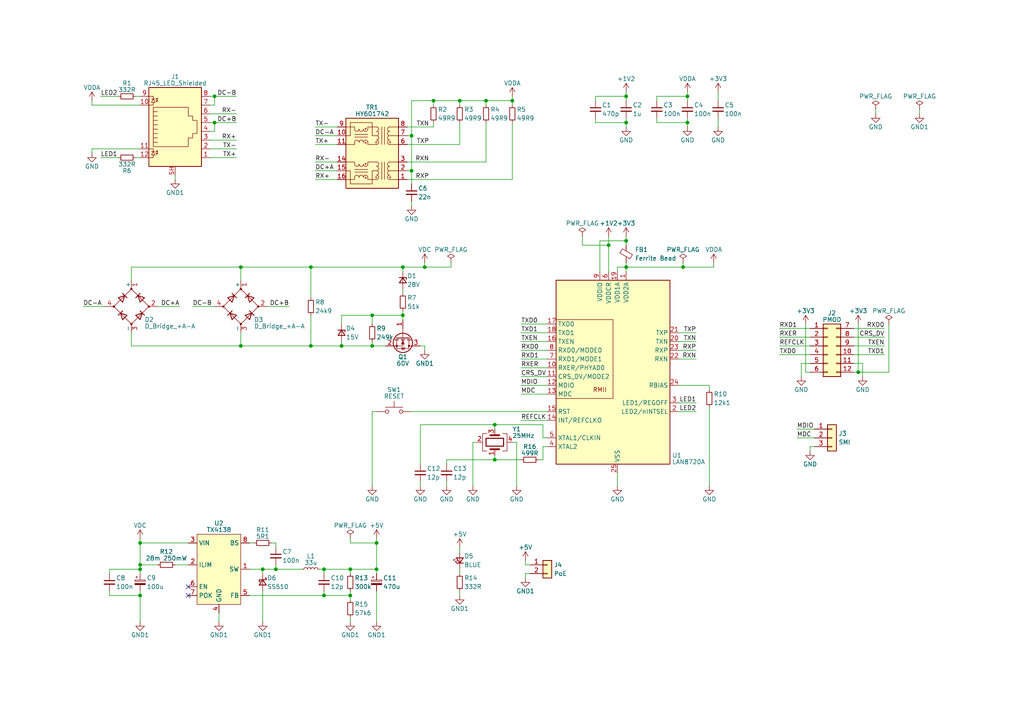
<source format=kicad_sch>
(kicad_sch (version 20211123) (generator eeschema)

  (uuid 899d320b-b9d1-4d02-a791-e25f36895c80)

  (paper "A4")

  

  (junction (at 101.6 172.72) (diameter 0) (color 0 0 0 0)
    (uuid 0c01ccb2-fc4e-4752-8470-11e978cbc851)
  )
  (junction (at 143.51 123.19) (diameter 0) (color 0 0 0 0)
    (uuid 0f25bad1-8575-4f91-bd0b-ac32dde5d13a)
  )
  (junction (at 40.64 163.83) (diameter 0) (color 0 0 0 0)
    (uuid 133448d6-c7ea-4e86-b45a-eb8d8b979d88)
  )
  (junction (at 181.61 35.56) (diameter 0) (color 0 0 0 0)
    (uuid 15894ab1-bd4d-4f61-a70d-bf72d5187cba)
  )
  (junction (at 181.61 69.85) (diameter 0) (color 0 0 0 0)
    (uuid 19410180-5644-4d72-b245-709f4a7a2a14)
  )
  (junction (at 140.97 29.21) (diameter 0) (color 0 0 0 0)
    (uuid 1b818b97-e308-4a58-8887-ef58f0a845a5)
  )
  (junction (at 181.61 77.47) (diameter 0) (color 0 0 0 0)
    (uuid 1c20785e-fb04-4dd3-9929-0c4bb762d951)
  )
  (junction (at 101.6 165.1) (diameter 0) (color 0 0 0 0)
    (uuid 217828e5-b538-41e4-9eb1-2d77546b779f)
  )
  (junction (at 90.17 100.33) (diameter 0) (color 0 0 0 0)
    (uuid 31fdd378-8fc1-4e5d-94c1-4c2429fff249)
  )
  (junction (at 62.23 35.56) (diameter 0) (color 0 0 0 0)
    (uuid 382f61a6-0cea-4ce3-a28e-0d6f41877b7d)
  )
  (junction (at 40.64 172.72) (diameter 0) (color 0 0 0 0)
    (uuid 38f32567-1fbd-4049-b690-1d4d88c8aac1)
  )
  (junction (at 69.85 77.47) (diameter 0) (color 0 0 0 0)
    (uuid 3b3b3b07-fdbe-4531-bba5-398f6b510699)
  )
  (junction (at 99.06 100.33) (diameter 0) (color 0 0 0 0)
    (uuid 3f8fbac5-7242-486f-a203-65541bed7d9d)
  )
  (junction (at 107.95 100.33) (diameter 0) (color 0 0 0 0)
    (uuid 58323567-fd84-41ae-81bf-72430a5a4b55)
  )
  (junction (at 199.39 27.94) (diameter 0) (color 0 0 0 0)
    (uuid 59427b98-753f-4ae5-b77c-87bd0367c9dd)
  )
  (junction (at 148.59 29.21) (diameter 0) (color 0 0 0 0)
    (uuid 59ff3b6e-b6cc-4d83-92d2-1c2cf7cd8b0a)
  )
  (junction (at 119.38 39.37) (diameter 0) (color 0 0 0 0)
    (uuid 60874b2c-abd3-4271-b80a-1abb34788742)
  )
  (junction (at 123.19 77.47) (diameter 0) (color 0 0 0 0)
    (uuid 655d2080-1720-49c6-94c5-fe9bbe5d5a92)
  )
  (junction (at 176.53 71.12) (diameter 0) (color 0 0 0 0)
    (uuid 6e8191cc-e243-4ab8-9ae2-f95637d40f35)
  )
  (junction (at 133.35 29.21) (diameter 0) (color 0 0 0 0)
    (uuid 727da737-c554-4f7e-bde2-b01ece6c052c)
  )
  (junction (at 198.12 77.47) (diameter 0) (color 0 0 0 0)
    (uuid 81940007-9579-40b3-beb6-23c029511b73)
  )
  (junction (at 199.39 35.56) (diameter 0) (color 0 0 0 0)
    (uuid 860c73b4-6a94-4e66-acbc-b6900b4d1d95)
  )
  (junction (at 107.95 91.44) (diameter 0) (color 0 0 0 0)
    (uuid 8872c9ab-4021-4bfd-82c4-ec2af1be244d)
  )
  (junction (at 93.98 165.1) (diameter 0) (color 0 0 0 0)
    (uuid 8947eae7-36c8-4f7a-ac20-a4b8a071b487)
  )
  (junction (at 69.85 100.33) (diameter 0) (color 0 0 0 0)
    (uuid 8b18c1ec-eba5-44b9-a0c4-38b8a3b19480)
  )
  (junction (at 80.01 165.1) (diameter 0) (color 0 0 0 0)
    (uuid a8ef8763-e9a9-4dd8-8d2e-96973f3caca6)
  )
  (junction (at 109.22 157.48) (diameter 0) (color 0 0 0 0)
    (uuid b0e60ca9-3ecd-4204-b460-bc1d8277ace0)
  )
  (junction (at 62.23 27.94) (diameter 0) (color 0 0 0 0)
    (uuid bd83f67d-58bc-4e83-8c8b-b81d3765a5ec)
  )
  (junction (at 93.98 172.72) (diameter 0) (color 0 0 0 0)
    (uuid beac2481-2ff0-40da-b497-237f108faeea)
  )
  (junction (at 125.73 29.21) (diameter 0) (color 0 0 0 0)
    (uuid cdaf9bd9-8074-4d73-81e7-38c8ec0604c1)
  )
  (junction (at 116.84 77.47) (diameter 0) (color 0 0 0 0)
    (uuid cdffe44e-d08b-4e5d-bf62-ab9cd69cfe02)
  )
  (junction (at 109.22 165.1) (diameter 0) (color 0 0 0 0)
    (uuid d545be2d-9010-417c-9de2-3683e3257a95)
  )
  (junction (at 248.92 107.95) (diameter 0) (color 0 0 0 0)
    (uuid da006413-aeba-467a-828c-9bf01f408bc3)
  )
  (junction (at 181.61 27.94) (diameter 0) (color 0 0 0 0)
    (uuid dc05f25d-ddca-4b4f-b8eb-8377228dad54)
  )
  (junction (at 143.51 133.35) (diameter 0) (color 0 0 0 0)
    (uuid e15ca59d-e11d-49a0-a11e-13b6fbd67079)
  )
  (junction (at 40.64 165.1) (diameter 0) (color 0 0 0 0)
    (uuid e42967d3-b045-42ac-8785-7417bc8c87e0)
  )
  (junction (at 90.17 77.47) (diameter 0) (color 0 0 0 0)
    (uuid e8524ec3-df16-46f3-ba1c-0fb25e3fb427)
  )
  (junction (at 40.64 157.48) (diameter 0) (color 0 0 0 0)
    (uuid ef32e201-8935-4270-a2a3-980e6676b023)
  )
  (junction (at 76.2 165.1) (diameter 0) (color 0 0 0 0)
    (uuid f09a9eb4-e930-4a1a-b80b-1c473567ef5c)
  )
  (junction (at 119.38 49.53) (diameter 0) (color 0 0 0 0)
    (uuid f2504780-b755-47f6-ae27-ada30d54441a)
  )
  (junction (at 116.84 91.44) (diameter 0) (color 0 0 0 0)
    (uuid fcd80a05-428d-432b-bb79-0373e8d03764)
  )

  (no_connect (at 54.61 172.72) (uuid 7bb274a4-6be2-4e7e-be3c-b481a1d61326))
  (no_connect (at 54.61 170.18) (uuid 7bb274a4-6be2-4e7e-be3c-b481a1d61327))

  (wire (pts (xy 121.92 134.62) (xy 121.92 123.19))
    (stroke (width 0) (type default) (color 0 0 0 0))
    (uuid 000da290-5709-499c-a72e-a2f84037e7ae)
  )
  (wire (pts (xy 129.54 139.7) (xy 129.54 140.97))
    (stroke (width 0) (type default) (color 0 0 0 0))
    (uuid 0120087f-4ef9-47d8-b5d0-c3799749040c)
  )
  (wire (pts (xy 60.96 45.72) (xy 68.58 45.72))
    (stroke (width 0) (type default) (color 0 0 0 0))
    (uuid 01ab6ba5-1473-4dc8-b38e-fad2e037a662)
  )
  (wire (pts (xy 148.59 29.21) (xy 148.59 30.48))
    (stroke (width 0) (type default) (color 0 0 0 0))
    (uuid 02cae3ef-920d-4169-a693-c765eef1e6ff)
  )
  (wire (pts (xy 236.22 129.54) (xy 234.95 129.54))
    (stroke (width 0) (type default) (color 0 0 0 0))
    (uuid 02cf2e7b-9ec9-4695-ae36-4a51936c6cfe)
  )
  (wire (pts (xy 40.64 171.45) (xy 40.64 172.72))
    (stroke (width 0) (type default) (color 0 0 0 0))
    (uuid 0422de0f-2bb4-4184-8893-b116265d3809)
  )
  (wire (pts (xy 24.13 88.9) (xy 30.48 88.9))
    (stroke (width 0) (type default) (color 0 0 0 0))
    (uuid 0681afff-2588-4806-b08e-36d9290ccb04)
  )
  (wire (pts (xy 101.6 172.72) (xy 101.6 173.99))
    (stroke (width 0) (type default) (color 0 0 0 0))
    (uuid 06c13c32-a27f-451f-b402-b59b54fcc1ab)
  )
  (wire (pts (xy 45.72 88.9) (xy 52.07 88.9))
    (stroke (width 0) (type default) (color 0 0 0 0))
    (uuid 0816fed0-a50f-450a-b823-0eb8c2f46e79)
  )
  (wire (pts (xy 157.48 129.54) (xy 157.48 133.35))
    (stroke (width 0) (type default) (color 0 0 0 0))
    (uuid 0ab01cf7-decb-4eaf-a71d-63a8eb6a2a3f)
  )
  (wire (pts (xy 140.97 29.21) (xy 148.59 29.21))
    (stroke (width 0) (type default) (color 0 0 0 0))
    (uuid 0b1c64c5-cf2f-4770-b28b-8cff392f5d21)
  )
  (wire (pts (xy 60.96 33.02) (xy 68.58 33.02))
    (stroke (width 0) (type default) (color 0 0 0 0))
    (uuid 0bdd989b-4e5d-46e5-8979-0eeb71a4e755)
  )
  (wire (pts (xy 116.84 83.82) (xy 116.84 85.09))
    (stroke (width 0) (type default) (color 0 0 0 0))
    (uuid 0bfc1201-6df4-474f-84dd-8896b65351d3)
  )
  (wire (pts (xy 133.35 165.1) (xy 133.35 166.37))
    (stroke (width 0) (type default) (color 0 0 0 0))
    (uuid 0d77c0e1-b93c-4782-90c8-f4effa29bbe8)
  )
  (wire (pts (xy 63.5 177.8) (xy 63.5 180.34))
    (stroke (width 0) (type default) (color 0 0 0 0))
    (uuid 0e6dc00b-7780-4404-ae1c-315fd46a5852)
  )
  (wire (pts (xy 118.11 41.91) (xy 133.35 41.91))
    (stroke (width 0) (type default) (color 0 0 0 0))
    (uuid 10189dcf-d05e-4b70-93c3-1ae0d910f2ed)
  )
  (wire (pts (xy 31.75 166.37) (xy 31.75 165.1))
    (stroke (width 0) (type default) (color 0 0 0 0))
    (uuid 10712a08-77c8-4df7-995b-90e71af6b177)
  )
  (wire (pts (xy 29.21 45.72) (xy 34.29 45.72))
    (stroke (width 0) (type default) (color 0 0 0 0))
    (uuid 10dc624d-7aac-4ab9-9d98-ae503f834e0d)
  )
  (wire (pts (xy 125.73 30.48) (xy 125.73 29.21))
    (stroke (width 0) (type default) (color 0 0 0 0))
    (uuid 1164db46-2f8d-4055-8e0d-f3e8b5270fc4)
  )
  (wire (pts (xy 119.38 29.21) (xy 119.38 39.37))
    (stroke (width 0) (type default) (color 0 0 0 0))
    (uuid 168f5ae0-e7b6-44b4-a085-d2891d184c72)
  )
  (wire (pts (xy 233.68 107.95) (xy 234.95 107.95))
    (stroke (width 0) (type default) (color 0 0 0 0))
    (uuid 16b81d1d-3ff8-4479-9ef4-8d25d7c73d6e)
  )
  (wire (pts (xy 91.44 36.83) (xy 97.79 36.83))
    (stroke (width 0) (type default) (color 0 0 0 0))
    (uuid 1871e3dc-8ded-4ef7-baa8-8b459678310d)
  )
  (wire (pts (xy 190.5 27.94) (xy 199.39 27.94))
    (stroke (width 0) (type default) (color 0 0 0 0))
    (uuid 1a1f12fa-dab7-422e-8750-28a76d20d60b)
  )
  (wire (pts (xy 90.17 100.33) (xy 99.06 100.33))
    (stroke (width 0) (type default) (color 0 0 0 0))
    (uuid 1b683a0f-453e-41f3-a208-39dbdc81b62f)
  )
  (wire (pts (xy 130.81 76.2) (xy 130.81 77.47))
    (stroke (width 0) (type default) (color 0 0 0 0))
    (uuid 1c289712-ba8e-44bf-a517-d059bd770989)
  )
  (wire (pts (xy 179.07 78.74) (xy 179.07 77.47))
    (stroke (width 0) (type default) (color 0 0 0 0))
    (uuid 1d272ae1-868b-4f38-b42c-efa0964726d0)
  )
  (wire (pts (xy 199.39 34.29) (xy 199.39 35.56))
    (stroke (width 0) (type default) (color 0 0 0 0))
    (uuid 1d7180ba-e42d-462e-8b4a-8394f0521c37)
  )
  (wire (pts (xy 151.13 96.52) (xy 158.75 96.52))
    (stroke (width 0) (type default) (color 0 0 0 0))
    (uuid 1e627a5f-e264-4146-ac3a-36be1023e7ef)
  )
  (wire (pts (xy 101.6 165.1) (xy 101.6 166.37))
    (stroke (width 0) (type default) (color 0 0 0 0))
    (uuid 1f0b9ac0-2411-43cf-ab94-035a58379518)
  )
  (wire (pts (xy 173.99 69.85) (xy 181.61 69.85))
    (stroke (width 0) (type default) (color 0 0 0 0))
    (uuid 206b9ccc-a90b-4753-8e99-af8db5fc469b)
  )
  (wire (pts (xy 247.65 100.33) (xy 256.54 100.33))
    (stroke (width 0) (type default) (color 0 0 0 0))
    (uuid 22158654-5324-4540-9d57-bb3f58e50410)
  )
  (wire (pts (xy 38.1 96.52) (xy 38.1 100.33))
    (stroke (width 0) (type default) (color 0 0 0 0))
    (uuid 22c9dd39-cfcd-49e7-983f-9bcf703099bb)
  )
  (wire (pts (xy 76.2 165.1) (xy 80.01 165.1))
    (stroke (width 0) (type default) (color 0 0 0 0))
    (uuid 22efcb67-9ea4-432c-8c4e-95cc61b1c302)
  )
  (wire (pts (xy 137.16 128.27) (xy 137.16 140.97))
    (stroke (width 0) (type default) (color 0 0 0 0))
    (uuid 2317a26d-524b-4276-b53b-6efd275841fa)
  )
  (wire (pts (xy 248.92 107.95) (xy 247.65 107.95))
    (stroke (width 0) (type default) (color 0 0 0 0))
    (uuid 24d4d041-09f7-4e5f-804d-f8929ed4cbe0)
  )
  (wire (pts (xy 60.96 38.1) (xy 62.23 38.1))
    (stroke (width 0) (type default) (color 0 0 0 0))
    (uuid 273fade3-418e-43b8-be0f-da8fc389b15c)
  )
  (wire (pts (xy 148.59 128.27) (xy 149.86 128.27))
    (stroke (width 0) (type default) (color 0 0 0 0))
    (uuid 29ee52f4-00d2-4fd9-a8af-40f15258b38d)
  )
  (wire (pts (xy 151.13 114.3) (xy 158.75 114.3))
    (stroke (width 0) (type default) (color 0 0 0 0))
    (uuid 2b84a3ab-6449-438c-b016-fbe892a179ff)
  )
  (wire (pts (xy 208.28 26.67) (xy 208.28 29.21))
    (stroke (width 0) (type default) (color 0 0 0 0))
    (uuid 2b9e9baf-afa5-488e-953d-3ac0255f62ec)
  )
  (wire (pts (xy 190.5 35.56) (xy 199.39 35.56))
    (stroke (width 0) (type default) (color 0 0 0 0))
    (uuid 2ccfcf0b-4497-4548-80e7-65c3328a374e)
  )
  (wire (pts (xy 76.2 165.1) (xy 76.2 166.37))
    (stroke (width 0) (type default) (color 0 0 0 0))
    (uuid 2cd190db-856f-4d7e-840a-a2ad0075fade)
  )
  (wire (pts (xy 152.4 167.64) (xy 152.4 166.37))
    (stroke (width 0) (type default) (color 0 0 0 0))
    (uuid 2dbe963a-ec29-4d81-bc13-80756b83df52)
  )
  (wire (pts (xy 69.85 100.33) (xy 90.17 100.33))
    (stroke (width 0) (type default) (color 0 0 0 0))
    (uuid 2eddaf47-67d6-41a2-a305-6899972e14e8)
  )
  (wire (pts (xy 38.1 100.33) (xy 69.85 100.33))
    (stroke (width 0) (type default) (color 0 0 0 0))
    (uuid 31ce759c-3900-4151-8ed8-b3018b5e05fb)
  )
  (wire (pts (xy 205.74 118.11) (xy 205.74 140.97))
    (stroke (width 0) (type default) (color 0 0 0 0))
    (uuid 3215d6eb-b103-431f-92a5-47fd5cbb5b89)
  )
  (wire (pts (xy 101.6 156.21) (xy 101.6 157.48))
    (stroke (width 0) (type default) (color 0 0 0 0))
    (uuid 32195fdc-3659-454c-ba14-61185d21a8dc)
  )
  (wire (pts (xy 125.73 36.83) (xy 125.73 35.56))
    (stroke (width 0) (type default) (color 0 0 0 0))
    (uuid 32c71118-7c96-4fba-bd2b-5a93e2043314)
  )
  (wire (pts (xy 196.85 99.06) (xy 201.93 99.06))
    (stroke (width 0) (type default) (color 0 0 0 0))
    (uuid 32c71af0-784a-42e3-817e-4f9fb371f4b5)
  )
  (wire (pts (xy 205.74 111.76) (xy 205.74 113.03))
    (stroke (width 0) (type default) (color 0 0 0 0))
    (uuid 332f5a6c-b81b-48cd-b634-58908c9905e0)
  )
  (wire (pts (xy 119.38 119.38) (xy 158.75 119.38))
    (stroke (width 0) (type default) (color 0 0 0 0))
    (uuid 3552ebbd-475f-4323-8596-ae0778d8771f)
  )
  (wire (pts (xy 176.53 71.12) (xy 176.53 78.74))
    (stroke (width 0) (type default) (color 0 0 0 0))
    (uuid 35589388-dfa8-4895-a448-2bf968e65b78)
  )
  (wire (pts (xy 40.64 163.83) (xy 45.72 163.83))
    (stroke (width 0) (type default) (color 0 0 0 0))
    (uuid 358c55b2-2bf5-496e-b337-6d1f31bcfe12)
  )
  (wire (pts (xy 143.51 132.08) (xy 143.51 133.35))
    (stroke (width 0) (type default) (color 0 0 0 0))
    (uuid 35effd3d-a409-4610-9020-69db229b7f99)
  )
  (wire (pts (xy 248.92 93.98) (xy 248.92 107.95))
    (stroke (width 0) (type default) (color 0 0 0 0))
    (uuid 3859ac57-9fe0-4852-9248-bd36024bbbb8)
  )
  (wire (pts (xy 226.06 102.87) (xy 234.95 102.87))
    (stroke (width 0) (type default) (color 0 0 0 0))
    (uuid 39a9b8b9-764c-4af0-bcaa-380f94b129d5)
  )
  (wire (pts (xy 55.88 88.9) (xy 62.23 88.9))
    (stroke (width 0) (type default) (color 0 0 0 0))
    (uuid 3da890cc-9292-41fe-9081-e8cf6d3aebb8)
  )
  (wire (pts (xy 198.12 77.47) (xy 181.61 77.47))
    (stroke (width 0) (type default) (color 0 0 0 0))
    (uuid 3deb49cc-f214-43f5-acf4-523d01597e01)
  )
  (wire (pts (xy 107.95 99.06) (xy 107.95 100.33))
    (stroke (width 0) (type default) (color 0 0 0 0))
    (uuid 3e0c254c-eb0c-4d3d-a3a7-06ca67b30234)
  )
  (wire (pts (xy 190.5 29.21) (xy 190.5 27.94))
    (stroke (width 0) (type default) (color 0 0 0 0))
    (uuid 3f1e1c20-8e3f-4178-b8d4-7fb769ebe280)
  )
  (wire (pts (xy 72.39 172.72) (xy 93.98 172.72))
    (stroke (width 0) (type default) (color 0 0 0 0))
    (uuid 4112e398-d70d-42a5-8206-37082a416b4b)
  )
  (wire (pts (xy 196.85 104.14) (xy 201.93 104.14))
    (stroke (width 0) (type default) (color 0 0 0 0))
    (uuid 4172b177-64f0-4bc3-bdfe-15c25261f8f3)
  )
  (wire (pts (xy 233.68 93.98) (xy 233.68 107.95))
    (stroke (width 0) (type default) (color 0 0 0 0))
    (uuid 43ffd6ea-a3cb-448b-98a5-d18e026119d7)
  )
  (wire (pts (xy 181.61 34.29) (xy 181.61 35.56))
    (stroke (width 0) (type default) (color 0 0 0 0))
    (uuid 4444a521-ac0e-4b22-af15-acd7fa8bc620)
  )
  (wire (pts (xy 125.73 29.21) (xy 119.38 29.21))
    (stroke (width 0) (type default) (color 0 0 0 0))
    (uuid 4488a476-d062-4205-94ba-e8cc3ad0fa82)
  )
  (wire (pts (xy 196.85 96.52) (xy 201.93 96.52))
    (stroke (width 0) (type default) (color 0 0 0 0))
    (uuid 46713112-58dc-4b5d-b49d-812755b5097d)
  )
  (wire (pts (xy 38.1 77.47) (xy 38.1 81.28))
    (stroke (width 0) (type default) (color 0 0 0 0))
    (uuid 47870c19-cd80-4a86-a345-679b0af37307)
  )
  (wire (pts (xy 133.35 158.75) (xy 133.35 160.02))
    (stroke (width 0) (type default) (color 0 0 0 0))
    (uuid 47fe13ad-9327-4a2e-912e-c57923d3617b)
  )
  (wire (pts (xy 118.11 39.37) (xy 119.38 39.37))
    (stroke (width 0) (type default) (color 0 0 0 0))
    (uuid 49443947-6819-478c-ad40-3c46cf4ed8da)
  )
  (wire (pts (xy 26.67 29.21) (xy 26.67 30.48))
    (stroke (width 0) (type default) (color 0 0 0 0))
    (uuid 4970a58b-27d4-4cd5-93dd-b4e1285cf509)
  )
  (wire (pts (xy 158.75 129.54) (xy 157.48 129.54))
    (stroke (width 0) (type default) (color 0 0 0 0))
    (uuid 49d156ae-1230-4d87-a4d0-e460c01b2221)
  )
  (wire (pts (xy 123.19 76.2) (xy 123.19 77.47))
    (stroke (width 0) (type default) (color 0 0 0 0))
    (uuid 4a41f913-5024-4fd1-b56c-4b02cec9ed86)
  )
  (wire (pts (xy 143.51 133.35) (xy 151.13 133.35))
    (stroke (width 0) (type default) (color 0 0 0 0))
    (uuid 4ad0c743-4a26-4fc6-b536-3e58842c568d)
  )
  (wire (pts (xy 40.64 157.48) (xy 54.61 157.48))
    (stroke (width 0) (type default) (color 0 0 0 0))
    (uuid 4d5d2f66-2c87-49c9-984b-567cbf582ead)
  )
  (wire (pts (xy 148.59 27.94) (xy 148.59 29.21))
    (stroke (width 0) (type default) (color 0 0 0 0))
    (uuid 4db9f575-b56f-4e6c-b602-97fafc4760c5)
  )
  (wire (pts (xy 90.17 100.33) (xy 90.17 91.44))
    (stroke (width 0) (type default) (color 0 0 0 0))
    (uuid 4fa04e6a-3614-4887-9848-1521a47318b0)
  )
  (wire (pts (xy 119.38 49.53) (xy 119.38 53.34))
    (stroke (width 0) (type default) (color 0 0 0 0))
    (uuid 50b9d51c-f87d-424c-a326-af269137982e)
  )
  (wire (pts (xy 91.44 39.37) (xy 97.79 39.37))
    (stroke (width 0) (type default) (color 0 0 0 0))
    (uuid 50ddc7c4-fb41-414d-acee-60d7fb4ee597)
  )
  (wire (pts (xy 60.96 40.64) (xy 68.58 40.64))
    (stroke (width 0) (type default) (color 0 0 0 0))
    (uuid 513ea9bb-fa7c-4e95-9995-868daa1ab711)
  )
  (wire (pts (xy 172.72 35.56) (xy 181.61 35.56))
    (stroke (width 0) (type default) (color 0 0 0 0))
    (uuid 52420868-7bcc-4e8c-8fec-e4e270833b31)
  )
  (wire (pts (xy 181.61 77.47) (xy 181.61 78.74))
    (stroke (width 0) (type default) (color 0 0 0 0))
    (uuid 53f41b5a-fb6d-4313-9572-ac0337715b25)
  )
  (wire (pts (xy 29.21 27.94) (xy 34.29 27.94))
    (stroke (width 0) (type default) (color 0 0 0 0))
    (uuid 54c8b431-c275-4cd3-8067-4e4edb1e99b9)
  )
  (wire (pts (xy 266.7 31.75) (xy 266.7 33.02))
    (stroke (width 0) (type default) (color 0 0 0 0))
    (uuid 5604f0bc-df9b-427d-abd2-761c261a4377)
  )
  (wire (pts (xy 176.53 68.58) (xy 176.53 71.12))
    (stroke (width 0) (type default) (color 0 0 0 0))
    (uuid 56b58c4b-ed8b-4ded-aefd-f24ea5ed0a86)
  )
  (wire (pts (xy 116.84 91.44) (xy 116.84 90.17))
    (stroke (width 0) (type default) (color 0 0 0 0))
    (uuid 5817b3e4-1f7f-4370-b7b2-a315c7b28efd)
  )
  (wire (pts (xy 39.37 27.94) (xy 40.64 27.94))
    (stroke (width 0) (type default) (color 0 0 0 0))
    (uuid 5840c498-32ef-4b9f-a75d-172db5fc628c)
  )
  (wire (pts (xy 133.35 171.45) (xy 133.35 172.72))
    (stroke (width 0) (type default) (color 0 0 0 0))
    (uuid 586cec7e-ced7-42e8-b9b1-0d72c6f00c7e)
  )
  (wire (pts (xy 60.96 35.56) (xy 62.23 35.56))
    (stroke (width 0) (type default) (color 0 0 0 0))
    (uuid 58855dbc-160d-473a-87e2-b1bd61127efc)
  )
  (wire (pts (xy 151.13 106.68) (xy 158.75 106.68))
    (stroke (width 0) (type default) (color 0 0 0 0))
    (uuid 59f24b45-2827-4e14-8e2c-a79fa16a8875)
  )
  (wire (pts (xy 26.67 30.48) (xy 40.64 30.48))
    (stroke (width 0) (type default) (color 0 0 0 0))
    (uuid 5a2067dd-2439-4f64-8da4-d15ad90f1540)
  )
  (wire (pts (xy 123.19 77.47) (xy 116.84 77.47))
    (stroke (width 0) (type default) (color 0 0 0 0))
    (uuid 5b64e516-94ec-4659-8ad7-348568eada22)
  )
  (wire (pts (xy 257.81 107.95) (xy 248.92 107.95))
    (stroke (width 0) (type default) (color 0 0 0 0))
    (uuid 5b7a5cdd-0c42-4a63-a66c-fca56a054a68)
  )
  (wire (pts (xy 116.84 91.44) (xy 116.84 92.71))
    (stroke (width 0) (type default) (color 0 0 0 0))
    (uuid 5bed8d16-24ff-43eb-b69e-f37f705f021d)
  )
  (wire (pts (xy 125.73 29.21) (xy 133.35 29.21))
    (stroke (width 0) (type default) (color 0 0 0 0))
    (uuid 5f6ee1d4-676c-4e0e-8efe-2ebb0653117d)
  )
  (wire (pts (xy 60.96 43.18) (xy 68.58 43.18))
    (stroke (width 0) (type default) (color 0 0 0 0))
    (uuid 5ff800ae-bc3a-43af-9bc9-4f0751eb7795)
  )
  (wire (pts (xy 123.19 77.47) (xy 130.81 77.47))
    (stroke (width 0) (type default) (color 0 0 0 0))
    (uuid 6027e141-d68d-41d7-844d-c7edde9d1b5c)
  )
  (wire (pts (xy 93.98 172.72) (xy 101.6 172.72))
    (stroke (width 0) (type default) (color 0 0 0 0))
    (uuid 60c67174-4eb8-43b4-9839-08c3f184cd9d)
  )
  (wire (pts (xy 31.75 171.45) (xy 31.75 172.72))
    (stroke (width 0) (type default) (color 0 0 0 0))
    (uuid 6101c821-56c8-4d98-a5b8-3e2d233fb9ee)
  )
  (wire (pts (xy 226.06 95.25) (xy 234.95 95.25))
    (stroke (width 0) (type default) (color 0 0 0 0))
    (uuid 628ba343-45d8-4114-b789-1fedb3a7f7b8)
  )
  (wire (pts (xy 151.13 111.76) (xy 158.75 111.76))
    (stroke (width 0) (type default) (color 0 0 0 0))
    (uuid 639e134b-061f-4088-a86b-159ba979c9a4)
  )
  (wire (pts (xy 99.06 91.44) (xy 107.95 91.44))
    (stroke (width 0) (type default) (color 0 0 0 0))
    (uuid 63c494bd-1e9d-47d4-8661-757d8fce81af)
  )
  (wire (pts (xy 133.35 41.91) (xy 133.35 35.56))
    (stroke (width 0) (type default) (color 0 0 0 0))
    (uuid 662836da-a72e-4cb2-ad3e-bed46b4cd5ad)
  )
  (wire (pts (xy 107.95 119.38) (xy 109.22 119.38))
    (stroke (width 0) (type default) (color 0 0 0 0))
    (uuid 666432cc-bab6-4c72-96db-fc673db723b2)
  )
  (wire (pts (xy 168.91 68.58) (xy 168.91 71.12))
    (stroke (width 0) (type default) (color 0 0 0 0))
    (uuid 66ec1dc1-1b33-4770-9260-44669b3cce42)
  )
  (wire (pts (xy 196.85 119.38) (xy 201.93 119.38))
    (stroke (width 0) (type default) (color 0 0 0 0))
    (uuid 674a288b-afaa-435d-a47b-e46940f4de48)
  )
  (wire (pts (xy 247.65 95.25) (xy 256.54 95.25))
    (stroke (width 0) (type default) (color 0 0 0 0))
    (uuid 6be792a2-a980-45d0-b668-8c22d3f5b36b)
  )
  (wire (pts (xy 101.6 171.45) (xy 101.6 172.72))
    (stroke (width 0) (type default) (color 0 0 0 0))
    (uuid 6ea85d43-ec0a-41e6-9e11-6ab6f1eb11f9)
  )
  (wire (pts (xy 109.22 157.48) (xy 109.22 165.1))
    (stroke (width 0) (type default) (color 0 0 0 0))
    (uuid 70658158-13fe-4219-a6ca-4ee68fe06219)
  )
  (wire (pts (xy 26.67 44.45) (xy 26.67 43.18))
    (stroke (width 0) (type default) (color 0 0 0 0))
    (uuid 71c8c057-5172-40da-a498-ef22b4f7f110)
  )
  (wire (pts (xy 116.84 77.47) (xy 116.84 78.74))
    (stroke (width 0) (type default) (color 0 0 0 0))
    (uuid 72992a46-cd40-4ead-8b1c-d67415fff3b1)
  )
  (wire (pts (xy 152.4 166.37) (xy 153.67 166.37))
    (stroke (width 0) (type default) (color 0 0 0 0))
    (uuid 7332e484-b28a-4f6a-85b1-ed0a5916bb41)
  )
  (wire (pts (xy 91.44 52.07) (xy 97.79 52.07))
    (stroke (width 0) (type default) (color 0 0 0 0))
    (uuid 74b35314-5c84-4655-b6b3-4be705c4c218)
  )
  (wire (pts (xy 121.92 123.19) (xy 143.51 123.19))
    (stroke (width 0) (type default) (color 0 0 0 0))
    (uuid 76aa3042-6205-401a-8139-73eaa4b8ffea)
  )
  (wire (pts (xy 69.85 77.47) (xy 90.17 77.47))
    (stroke (width 0) (type default) (color 0 0 0 0))
    (uuid 776421db-7df1-40c7-9ca8-a0e2f1ca0a27)
  )
  (wire (pts (xy 62.23 38.1) (xy 62.23 35.56))
    (stroke (width 0) (type default) (color 0 0 0 0))
    (uuid 79ea482a-2804-479c-b2c3-1ffc3d14f26b)
  )
  (wire (pts (xy 198.12 76.2) (xy 198.12 77.47))
    (stroke (width 0) (type default) (color 0 0 0 0))
    (uuid 7d0c321d-7728-4f1f-b20a-05fef6f69425)
  )
  (wire (pts (xy 118.11 49.53) (xy 119.38 49.53))
    (stroke (width 0) (type default) (color 0 0 0 0))
    (uuid 7f471254-0418-428d-ad54-95bb95d8e935)
  )
  (wire (pts (xy 143.51 123.19) (xy 143.51 124.46))
    (stroke (width 0) (type default) (color 0 0 0 0))
    (uuid 80a4c1fc-078c-4156-bcac-defe8b2d4b2c)
  )
  (wire (pts (xy 80.01 163.83) (xy 80.01 165.1))
    (stroke (width 0) (type default) (color 0 0 0 0))
    (uuid 817a8c69-7e80-4851-823e-ed726b848dc0)
  )
  (wire (pts (xy 60.96 30.48) (xy 62.23 30.48))
    (stroke (width 0) (type default) (color 0 0 0 0))
    (uuid 82b7a357-e2fc-4392-b04c-e8ba2fa90dc5)
  )
  (wire (pts (xy 101.6 179.07) (xy 101.6 180.34))
    (stroke (width 0) (type default) (color 0 0 0 0))
    (uuid 83c5ec07-d7c7-4150-97ef-a08b3008cd9a)
  )
  (wire (pts (xy 69.85 96.52) (xy 69.85 100.33))
    (stroke (width 0) (type default) (color 0 0 0 0))
    (uuid 84983548-1de8-4b83-afc3-1a4a1a5d932b)
  )
  (wire (pts (xy 93.98 165.1) (xy 101.6 165.1))
    (stroke (width 0) (type default) (color 0 0 0 0))
    (uuid 857899e0-eb45-4379-ad16-f2a7b0e10b39)
  )
  (wire (pts (xy 196.85 101.6) (xy 201.93 101.6))
    (stroke (width 0) (type default) (color 0 0 0 0))
    (uuid 869b9ee4-7658-44ad-be98-c0fd14691621)
  )
  (wire (pts (xy 50.8 50.8) (xy 50.8 52.07))
    (stroke (width 0) (type default) (color 0 0 0 0))
    (uuid 8799b2db-f2f6-4edb-8854-b8b3adc369b1)
  )
  (wire (pts (xy 62.23 30.48) (xy 62.23 27.94))
    (stroke (width 0) (type default) (color 0 0 0 0))
    (uuid 88bed0c3-2fdd-4082-bd7f-7c9c2b754109)
  )
  (wire (pts (xy 196.85 111.76) (xy 205.74 111.76))
    (stroke (width 0) (type default) (color 0 0 0 0))
    (uuid 8c4ed844-7dcd-4203-8e6f-90ae1a1f80ce)
  )
  (wire (pts (xy 172.72 27.94) (xy 181.61 27.94))
    (stroke (width 0) (type default) (color 0 0 0 0))
    (uuid 8d0705ec-32fa-42cd-9ad3-3ca1ae994918)
  )
  (wire (pts (xy 199.39 26.67) (xy 199.39 27.94))
    (stroke (width 0) (type default) (color 0 0 0 0))
    (uuid 8dea701b-dd5e-47be-8812-ecef09e0d9ae)
  )
  (wire (pts (xy 40.64 165.1) (xy 40.64 163.83))
    (stroke (width 0) (type default) (color 0 0 0 0))
    (uuid 8e4a27fe-81be-403c-acef-149a18eb1cd1)
  )
  (wire (pts (xy 232.41 105.41) (xy 232.41 109.22))
    (stroke (width 0) (type default) (color 0 0 0 0))
    (uuid 8f3a3e06-98ff-4ae7-8b16-491b49b70c80)
  )
  (wire (pts (xy 91.44 41.91) (xy 97.79 41.91))
    (stroke (width 0) (type default) (color 0 0 0 0))
    (uuid 94564915-f8c7-42cd-97ff-a9fb322de635)
  )
  (wire (pts (xy 181.61 27.94) (xy 181.61 29.21))
    (stroke (width 0) (type default) (color 0 0 0 0))
    (uuid 9562995c-b680-40b3-bf6a-8150b678dd85)
  )
  (wire (pts (xy 133.35 29.21) (xy 133.35 30.48))
    (stroke (width 0) (type default) (color 0 0 0 0))
    (uuid 95d5f247-0bb1-4a9d-ba0b-e4ad715e26f4)
  )
  (wire (pts (xy 181.61 76.2) (xy 181.61 77.47))
    (stroke (width 0) (type default) (color 0 0 0 0))
    (uuid 9722313a-ad7d-4f9f-8f37-ea57be7e0d8b)
  )
  (wire (pts (xy 129.54 133.35) (xy 143.51 133.35))
    (stroke (width 0) (type default) (color 0 0 0 0))
    (uuid 990cfe35-083c-4908-bdd0-e6374d05916e)
  )
  (wire (pts (xy 50.8 163.83) (xy 54.61 163.83))
    (stroke (width 0) (type default) (color 0 0 0 0))
    (uuid 99b29df8-070f-4122-8808-fdf4690480aa)
  )
  (wire (pts (xy 208.28 34.29) (xy 208.28 36.83))
    (stroke (width 0) (type default) (color 0 0 0 0))
    (uuid 9a7ab643-5e73-42db-b36e-25927acbf942)
  )
  (wire (pts (xy 181.61 69.85) (xy 181.61 71.12))
    (stroke (width 0) (type default) (color 0 0 0 0))
    (uuid 9b5d8cea-89c1-4eea-8231-7068ec144a28)
  )
  (wire (pts (xy 90.17 86.36) (xy 90.17 77.47))
    (stroke (width 0) (type default) (color 0 0 0 0))
    (uuid 9b7d259e-e079-4076-8348-02053d8d650c)
  )
  (wire (pts (xy 109.22 171.45) (xy 109.22 180.34))
    (stroke (width 0) (type default) (color 0 0 0 0))
    (uuid 9d68d3e2-bd80-48df-872b-cacbe0468775)
  )
  (wire (pts (xy 107.95 91.44) (xy 116.84 91.44))
    (stroke (width 0) (type default) (color 0 0 0 0))
    (uuid 9ec41179-571d-4334-8a87-e13ed0903b29)
  )
  (wire (pts (xy 121.92 139.7) (xy 121.92 140.97))
    (stroke (width 0) (type default) (color 0 0 0 0))
    (uuid 9efdb609-88d0-4e6b-b18a-44269a4155c5)
  )
  (wire (pts (xy 151.13 121.92) (xy 158.75 121.92))
    (stroke (width 0) (type default) (color 0 0 0 0))
    (uuid 9f317b9d-af33-4b83-99c0-45b097664740)
  )
  (wire (pts (xy 80.01 157.48) (xy 80.01 158.75))
    (stroke (width 0) (type default) (color 0 0 0 0))
    (uuid 9fbcacf4-33b9-47a7-880c-f913af13d213)
  )
  (wire (pts (xy 80.01 165.1) (xy 87.63 165.1))
    (stroke (width 0) (type default) (color 0 0 0 0))
    (uuid a082856d-e927-4028-9e81-04ad63c4dea3)
  )
  (wire (pts (xy 234.95 105.41) (xy 232.41 105.41))
    (stroke (width 0) (type default) (color 0 0 0 0))
    (uuid a1ec949f-b55c-4ec0-919e-37c3eb0ace85)
  )
  (wire (pts (xy 156.21 133.35) (xy 157.48 133.35))
    (stroke (width 0) (type default) (color 0 0 0 0))
    (uuid a379d55c-35e9-4f6a-9b25-5190486db1c4)
  )
  (wire (pts (xy 250.19 105.41) (xy 250.19 109.22))
    (stroke (width 0) (type default) (color 0 0 0 0))
    (uuid a37ab19a-cdda-40f1-b72e-69e6e3228568)
  )
  (wire (pts (xy 181.61 68.58) (xy 181.61 69.85))
    (stroke (width 0) (type default) (color 0 0 0 0))
    (uuid a46ad0a2-f472-42ab-8653-150d4f366e56)
  )
  (wire (pts (xy 31.75 172.72) (xy 40.64 172.72))
    (stroke (width 0) (type default) (color 0 0 0 0))
    (uuid a51fd5d9-30a1-4e51-ae63-6abab8f385b0)
  )
  (wire (pts (xy 138.43 128.27) (xy 137.16 128.27))
    (stroke (width 0) (type default) (color 0 0 0 0))
    (uuid a56399dc-1386-4870-9ea4-08b90a204580)
  )
  (wire (pts (xy 168.91 71.12) (xy 176.53 71.12))
    (stroke (width 0) (type default) (color 0 0 0 0))
    (uuid a56b3e28-4ee7-4c63-8ad3-581592cfbfcc)
  )
  (wire (pts (xy 109.22 156.21) (xy 109.22 157.48))
    (stroke (width 0) (type default) (color 0 0 0 0))
    (uuid a5782bd0-a10f-452a-9e71-504428e47b9d)
  )
  (wire (pts (xy 92.71 165.1) (xy 93.98 165.1))
    (stroke (width 0) (type default) (color 0 0 0 0))
    (uuid a77d72f3-9615-4e24-8482-5b96ad39b916)
  )
  (wire (pts (xy 157.48 127) (xy 157.48 123.19))
    (stroke (width 0) (type default) (color 0 0 0 0))
    (uuid a7ae0e7e-c8b7-4251-a673-dd21a3775a6a)
  )
  (wire (pts (xy 149.86 128.27) (xy 149.86 140.97))
    (stroke (width 0) (type default) (color 0 0 0 0))
    (uuid a86b44f1-31e0-40da-9da9-618b3d26a4d4)
  )
  (wire (pts (xy 119.38 58.42) (xy 119.38 59.69))
    (stroke (width 0) (type default) (color 0 0 0 0))
    (uuid aa61c91c-abb5-4af4-abcb-193247d912d6)
  )
  (wire (pts (xy 133.35 29.21) (xy 140.97 29.21))
    (stroke (width 0) (type default) (color 0 0 0 0))
    (uuid aa851d7e-9245-4e72-a2f2-2e98100adebe)
  )
  (wire (pts (xy 118.11 46.99) (xy 140.97 46.99))
    (stroke (width 0) (type default) (color 0 0 0 0))
    (uuid ac1064e9-df41-45b1-87b2-d8c99e27d4a8)
  )
  (wire (pts (xy 72.39 165.1) (xy 76.2 165.1))
    (stroke (width 0) (type default) (color 0 0 0 0))
    (uuid ad96d36c-8246-426e-bae8-43d976a478e4)
  )
  (wire (pts (xy 247.65 97.79) (xy 256.54 97.79))
    (stroke (width 0) (type default) (color 0 0 0 0))
    (uuid ada9eedc-9766-497d-812a-ff17a18a80a7)
  )
  (wire (pts (xy 90.17 77.47) (xy 116.84 77.47))
    (stroke (width 0) (type default) (color 0 0 0 0))
    (uuid aeedd6d2-ca70-47a3-add7-022aac7a4e71)
  )
  (wire (pts (xy 196.85 116.84) (xy 201.93 116.84))
    (stroke (width 0) (type default) (color 0 0 0 0))
    (uuid af71d2b5-8e37-44e9-b401-510a33f5c4e0)
  )
  (wire (pts (xy 40.64 156.21) (xy 40.64 157.48))
    (stroke (width 0) (type default) (color 0 0 0 0))
    (uuid afa24a82-ca53-4cc5-b789-29fa958374d5)
  )
  (wire (pts (xy 72.39 157.48) (xy 73.66 157.48))
    (stroke (width 0) (type default) (color 0 0 0 0))
    (uuid b17e7a68-038f-4317-babe-d301b0e4a3f3)
  )
  (wire (pts (xy 231.14 127) (xy 236.22 127))
    (stroke (width 0) (type default) (color 0 0 0 0))
    (uuid b18dfe05-0c03-4b5d-bd9a-6665b526bc43)
  )
  (wire (pts (xy 101.6 157.48) (xy 109.22 157.48))
    (stroke (width 0) (type default) (color 0 0 0 0))
    (uuid b2ada819-9a92-41dd-ae9d-f6e96404a4cd)
  )
  (wire (pts (xy 77.47 88.9) (xy 83.82 88.9))
    (stroke (width 0) (type default) (color 0 0 0 0))
    (uuid b33ed16a-5461-420f-b706-1e5b8e85a8c3)
  )
  (wire (pts (xy 234.95 129.54) (xy 234.95 130.81))
    (stroke (width 0) (type default) (color 0 0 0 0))
    (uuid b519ec62-e4f6-4a2f-815d-d5301c7ec8a0)
  )
  (wire (pts (xy 199.39 35.56) (xy 199.39 36.83))
    (stroke (width 0) (type default) (color 0 0 0 0))
    (uuid b7456a67-8fa3-4198-838d-0eda05429fbf)
  )
  (wire (pts (xy 109.22 165.1) (xy 109.22 166.37))
    (stroke (width 0) (type default) (color 0 0 0 0))
    (uuid b86b3598-6470-4b03-8780-166151e180a9)
  )
  (wire (pts (xy 123.19 100.33) (xy 123.19 101.6))
    (stroke (width 0) (type default) (color 0 0 0 0))
    (uuid b9490371-9e15-4509-9923-c54c90900258)
  )
  (wire (pts (xy 226.06 97.79) (xy 234.95 97.79))
    (stroke (width 0) (type default) (color 0 0 0 0))
    (uuid bd26376a-ffc4-43ee-b5c5-245858540584)
  )
  (wire (pts (xy 107.95 100.33) (xy 111.76 100.33))
    (stroke (width 0) (type default) (color 0 0 0 0))
    (uuid beddfe5d-6248-491a-81d1-7d0658d63b2d)
  )
  (wire (pts (xy 99.06 100.33) (xy 107.95 100.33))
    (stroke (width 0) (type default) (color 0 0 0 0))
    (uuid bf1e4306-1a28-4bb6-bb7e-3de3eeb33c92)
  )
  (wire (pts (xy 40.64 157.48) (xy 40.64 163.83))
    (stroke (width 0) (type default) (color 0 0 0 0))
    (uuid c1196eb7-30ac-420f-98f0-df30568dccc5)
  )
  (wire (pts (xy 101.6 165.1) (xy 109.22 165.1))
    (stroke (width 0) (type default) (color 0 0 0 0))
    (uuid c11c3473-dc83-4939-9043-eaee953ae733)
  )
  (wire (pts (xy 119.38 39.37) (xy 119.38 49.53))
    (stroke (width 0) (type default) (color 0 0 0 0))
    (uuid c17c0e9a-531e-47e2-902e-8295de8e8ef1)
  )
  (wire (pts (xy 151.13 101.6) (xy 158.75 101.6))
    (stroke (width 0) (type default) (color 0 0 0 0))
    (uuid c2e7f4f3-da39-4f04-8803-9a4385be7e8f)
  )
  (wire (pts (xy 140.97 29.21) (xy 140.97 30.48))
    (stroke (width 0) (type default) (color 0 0 0 0))
    (uuid c415af13-accb-41fe-b8d9-b4a40e639e80)
  )
  (wire (pts (xy 76.2 171.45) (xy 76.2 180.34))
    (stroke (width 0) (type default) (color 0 0 0 0))
    (uuid c4cf1ed6-9745-4485-9f8a-32023c034381)
  )
  (wire (pts (xy 107.95 91.44) (xy 107.95 93.98))
    (stroke (width 0) (type default) (color 0 0 0 0))
    (uuid c52992a3-61ff-43b9-a7fb-60a884f7dd99)
  )
  (wire (pts (xy 143.51 123.19) (xy 157.48 123.19))
    (stroke (width 0) (type default) (color 0 0 0 0))
    (uuid c66e3748-69d7-46d2-9b3d-0839f32a9d0f)
  )
  (wire (pts (xy 60.96 27.94) (xy 62.23 27.94))
    (stroke (width 0) (type default) (color 0 0 0 0))
    (uuid c79c6787-0be6-4ba4-847d-e7de67ca7e32)
  )
  (wire (pts (xy 31.75 165.1) (xy 40.64 165.1))
    (stroke (width 0) (type default) (color 0 0 0 0))
    (uuid c7c03d8b-fad0-4176-adc1-4efed42d9885)
  )
  (wire (pts (xy 179.07 137.16) (xy 179.07 140.97))
    (stroke (width 0) (type default) (color 0 0 0 0))
    (uuid c8ae0517-938b-45a5-a79c-1a7b3aafa5f7)
  )
  (wire (pts (xy 247.65 105.41) (xy 250.19 105.41))
    (stroke (width 0) (type default) (color 0 0 0 0))
    (uuid ca40f9f5-8e78-42f5-a226-afa637e9c774)
  )
  (wire (pts (xy 69.85 77.47) (xy 38.1 77.47))
    (stroke (width 0) (type default) (color 0 0 0 0))
    (uuid cbc7bec6-8f75-40bf-b8ff-c66fcfcf083b)
  )
  (wire (pts (xy 247.65 102.87) (xy 256.54 102.87))
    (stroke (width 0) (type default) (color 0 0 0 0))
    (uuid cf2199f1-36fc-406b-8505-ddd7cb636177)
  )
  (wire (pts (xy 99.06 93.98) (xy 99.06 91.44))
    (stroke (width 0) (type default) (color 0 0 0 0))
    (uuid d0ef9ea8-69e4-4ebb-8939-fc8d789720f8)
  )
  (wire (pts (xy 40.64 172.72) (xy 40.64 180.34))
    (stroke (width 0) (type default) (color 0 0 0 0))
    (uuid d3d93011-ac75-4599-8b07-e7d0e227cbe5)
  )
  (wire (pts (xy 151.13 104.14) (xy 158.75 104.14))
    (stroke (width 0) (type default) (color 0 0 0 0))
    (uuid d4a25d60-f1ae-46b8-beab-5a602f93998f)
  )
  (wire (pts (xy 226.06 100.33) (xy 234.95 100.33))
    (stroke (width 0) (type default) (color 0 0 0 0))
    (uuid d6dbe9d0-05be-4d5b-989e-461df3d11934)
  )
  (wire (pts (xy 207.01 76.2) (xy 207.01 77.47))
    (stroke (width 0) (type default) (color 0 0 0 0))
    (uuid d8a821ee-c5a5-4262-80f2-349415df5625)
  )
  (wire (pts (xy 91.44 49.53) (xy 97.79 49.53))
    (stroke (width 0) (type default) (color 0 0 0 0))
    (uuid dba006e5-7e11-4a9c-adcb-e45c522a332a)
  )
  (wire (pts (xy 26.67 43.18) (xy 40.64 43.18))
    (stroke (width 0) (type default) (color 0 0 0 0))
    (uuid dc1c6b7c-6f3c-4a63-94d2-504a44b0223c)
  )
  (wire (pts (xy 179.07 77.47) (xy 181.61 77.47))
    (stroke (width 0) (type default) (color 0 0 0 0))
    (uuid dd65654a-ab42-44a6-b7f9-55976dfa5733)
  )
  (wire (pts (xy 172.72 29.21) (xy 172.72 27.94))
    (stroke (width 0) (type default) (color 0 0 0 0))
    (uuid dddd62d2-8edd-461e-8a46-b3453b0d7c70)
  )
  (wire (pts (xy 207.01 77.47) (xy 198.12 77.47))
    (stroke (width 0) (type default) (color 0 0 0 0))
    (uuid dde30022-89e5-4e58-a926-e61f01132dda)
  )
  (wire (pts (xy 62.23 27.94) (xy 68.58 27.94))
    (stroke (width 0) (type default) (color 0 0 0 0))
    (uuid de31d553-8dbc-4b1c-8794-33f962d87aa0)
  )
  (wire (pts (xy 118.11 52.07) (xy 148.59 52.07))
    (stroke (width 0) (type default) (color 0 0 0 0))
    (uuid de6c9404-6614-47e7-bf66-ef3f7dd530b5)
  )
  (wire (pts (xy 93.98 171.45) (xy 93.98 172.72))
    (stroke (width 0) (type default) (color 0 0 0 0))
    (uuid e0580246-90ad-4012-ab2b-567abcd5c886)
  )
  (wire (pts (xy 129.54 134.62) (xy 129.54 133.35))
    (stroke (width 0) (type default) (color 0 0 0 0))
    (uuid e0baa6d2-218d-40a3-826b-f100782d79c1)
  )
  (wire (pts (xy 151.13 99.06) (xy 158.75 99.06))
    (stroke (width 0) (type default) (color 0 0 0 0))
    (uuid e11b0630-d5ab-4b14-a420-d7081bfb5695)
  )
  (wire (pts (xy 158.75 127) (xy 157.48 127))
    (stroke (width 0) (type default) (color 0 0 0 0))
    (uuid e3db3be4-c423-43ca-a443-4131e8dd2ee9)
  )
  (wire (pts (xy 91.44 46.99) (xy 97.79 46.99))
    (stroke (width 0) (type default) (color 0 0 0 0))
    (uuid e891dc14-c0fb-4151-804e-8f94e5af97eb)
  )
  (wire (pts (xy 151.13 109.22) (xy 158.75 109.22))
    (stroke (width 0) (type default) (color 0 0 0 0))
    (uuid e9b6a5d1-4c6c-494c-aa63-1064f2e37649)
  )
  (wire (pts (xy 107.95 140.97) (xy 107.95 119.38))
    (stroke (width 0) (type default) (color 0 0 0 0))
    (uuid ea090c8d-a0cc-4c6d-bdb7-5c345317cbf9)
  )
  (wire (pts (xy 151.13 93.98) (xy 158.75 93.98))
    (stroke (width 0) (type default) (color 0 0 0 0))
    (uuid ea58c6ca-c86f-456a-a349-5022dd11d365)
  )
  (wire (pts (xy 99.06 99.06) (xy 99.06 100.33))
    (stroke (width 0) (type default) (color 0 0 0 0))
    (uuid ed475738-7c07-4df7-a82f-49282b2c5811)
  )
  (wire (pts (xy 254 31.75) (xy 254 33.02))
    (stroke (width 0) (type default) (color 0 0 0 0))
    (uuid ef7d90dc-8be6-4b01-9458-0d236149a6a9)
  )
  (wire (pts (xy 152.4 162.56) (xy 152.4 163.83))
    (stroke (width 0) (type default) (color 0 0 0 0))
    (uuid efd893a4-568f-4dd7-87fc-e74677762802)
  )
  (wire (pts (xy 173.99 78.74) (xy 173.99 69.85))
    (stroke (width 0) (type default) (color 0 0 0 0))
    (uuid effbf650-9508-4e92-b0c5-53d000e35b53)
  )
  (wire (pts (xy 172.72 34.29) (xy 172.72 35.56))
    (stroke (width 0) (type default) (color 0 0 0 0))
    (uuid f0dcc804-c080-415d-adfc-64e9c3ef12f8)
  )
  (wire (pts (xy 148.59 52.07) (xy 148.59 35.56))
    (stroke (width 0) (type default) (color 0 0 0 0))
    (uuid f0ff32d1-514b-468c-9c90-2b169e95226c)
  )
  (wire (pts (xy 118.11 36.83) (xy 125.73 36.83))
    (stroke (width 0) (type default) (color 0 0 0 0))
    (uuid f1c31930-cd17-44fa-b769-2b795dcdf461)
  )
  (wire (pts (xy 181.61 35.56) (xy 181.61 36.83))
    (stroke (width 0) (type default) (color 0 0 0 0))
    (uuid f275de88-57e9-49b5-be37-12bc2e85c8c9)
  )
  (wire (pts (xy 140.97 46.99) (xy 140.97 35.56))
    (stroke (width 0) (type default) (color 0 0 0 0))
    (uuid f2a26fbd-4ef1-4a8b-a7be-ca9c53d7dc11)
  )
  (wire (pts (xy 121.92 100.33) (xy 123.19 100.33))
    (stroke (width 0) (type default) (color 0 0 0 0))
    (uuid f3d1a472-66af-469c-8da4-c6e26895e4c6)
  )
  (wire (pts (xy 39.37 45.72) (xy 40.64 45.72))
    (stroke (width 0) (type default) (color 0 0 0 0))
    (uuid f5b883dc-4b16-45ed-bf72-618e73337ae4)
  )
  (wire (pts (xy 93.98 165.1) (xy 93.98 166.37))
    (stroke (width 0) (type default) (color 0 0 0 0))
    (uuid f64ccda4-e869-4582-b467-6a57861596fb)
  )
  (wire (pts (xy 62.23 35.56) (xy 68.58 35.56))
    (stroke (width 0) (type default) (color 0 0 0 0))
    (uuid f8014f36-432a-4a33-bb9c-effeb2a29464)
  )
  (wire (pts (xy 231.14 124.46) (xy 236.22 124.46))
    (stroke (width 0) (type default) (color 0 0 0 0))
    (uuid f9a797e8-1f86-475b-85af-01edb17dc942)
  )
  (wire (pts (xy 152.4 163.83) (xy 153.67 163.83))
    (stroke (width 0) (type default) (color 0 0 0 0))
    (uuid fb6f9618-4873-4122-9fc7-17e7607a1986)
  )
  (wire (pts (xy 78.74 157.48) (xy 80.01 157.48))
    (stroke (width 0) (type default) (color 0 0 0 0))
    (uuid fc64ac3f-3702-41d8-823e-e0bd3a52a00a)
  )
  (wire (pts (xy 69.85 77.47) (xy 69.85 81.28))
    (stroke (width 0) (type default) (color 0 0 0 0))
    (uuid fca47bce-e993-45df-addc-d11700405945)
  )
  (wire (pts (xy 257.81 93.98) (xy 257.81 107.95))
    (stroke (width 0) (type default) (color 0 0 0 0))
    (uuid fce8d883-3b88-428b-932a-41e1384b23b6)
  )
  (wire (pts (xy 199.39 27.94) (xy 199.39 29.21))
    (stroke (width 0) (type default) (color 0 0 0 0))
    (uuid fdc90be5-c648-45ad-9c8e-c64113ba2242)
  )
  (wire (pts (xy 190.5 34.29) (xy 190.5 35.56))
    (stroke (width 0) (type default) (color 0 0 0 0))
    (uuid fe70a17c-be3b-4120-bd3a-6e8fdb28f445)
  )
  (wire (pts (xy 40.64 165.1) (xy 40.64 166.37))
    (stroke (width 0) (type default) (color 0 0 0 0))
    (uuid ff882bcd-4279-4ce7-927d-1e5fd505a035)
  )
  (wire (pts (xy 181.61 26.67) (xy 181.61 27.94))
    (stroke (width 0) (type default) (color 0 0 0 0))
    (uuid ffdea955-3bda-4898-b553-27b7d3dafe85)
  )

  (label "LED1" (at 201.93 116.84 180)
    (effects (font (size 1.27 1.27)) (justify right bottom))
    (uuid 0635dada-72f6-4ca6-8a67-55ce56d71620)
  )
  (label "DC-A" (at 24.13 88.9 0)
    (effects (font (size 1.27 1.27)) (justify left bottom))
    (uuid 08858ea4-de50-4640-bc08-0642109a780c)
  )
  (label "TXN" (at 201.93 99.06 180)
    (effects (font (size 1.27 1.27)) (justify right bottom))
    (uuid 156812a7-5cf2-45be-93d1-f0e8c5d0c143)
  )
  (label "LED1" (at 29.21 45.72 0)
    (effects (font (size 1.27 1.27)) (justify left bottom))
    (uuid 1a4d469f-a61a-4ad4-9527-c615eb25f566)
  )
  (label "TXP" (at 201.93 96.52 180)
    (effects (font (size 1.27 1.27)) (justify right bottom))
    (uuid 2971a455-077c-4456-b505-918657575f89)
  )
  (label "REFCLK" (at 151.13 121.92 0)
    (effects (font (size 1.27 1.27)) (justify left bottom))
    (uuid 2ab96264-2b96-4454-aa32-7bda5b03e3f9)
  )
  (label "TXD1" (at 151.13 96.52 0)
    (effects (font (size 1.27 1.27)) (justify left bottom))
    (uuid 34d1ea25-a2e2-4940-bb59-becb32c9de03)
  )
  (label "TX+" (at 68.58 45.72 180)
    (effects (font (size 1.27 1.27)) (justify right bottom))
    (uuid 471f4043-ee4b-4d2b-8c9d-115a859a4b57)
  )
  (label "RXP" (at 201.93 101.6 180)
    (effects (font (size 1.27 1.27)) (justify right bottom))
    (uuid 4d7922eb-91e4-44ca-aee6-90ab72e86ceb)
  )
  (label "RXN" (at 124.46 46.99 180)
    (effects (font (size 1.27 1.27)) (justify right bottom))
    (uuid 58108a7b-f5c7-496b-8e44-875a2f28bd2a)
  )
  (label "TX-" (at 68.58 43.18 180)
    (effects (font (size 1.27 1.27)) (justify right bottom))
    (uuid 5dbd4aa6-0953-4529-bf9b-e1b545704bf9)
  )
  (label "TXP" (at 124.46 41.91 180)
    (effects (font (size 1.27 1.27)) (justify right bottom))
    (uuid 5f155a85-46c6-4c14-9a53-757b94465ff6)
  )
  (label "DC+A" (at 52.07 88.9 180)
    (effects (font (size 1.27 1.27)) (justify right bottom))
    (uuid 693691f4-b9f9-487f-ae64-92dd4a59be12)
  )
  (label "DC+B" (at 68.58 35.56 180)
    (effects (font (size 1.27 1.27)) (justify right bottom))
    (uuid 6e4f6fd5-c145-47bb-971c-d70e3312a748)
  )
  (label "TXEN" (at 256.54 100.33 180)
    (effects (font (size 1.27 1.27)) (justify right bottom))
    (uuid 781c4554-9efc-440f-a1bc-16c1b69b7b69)
  )
  (label "RXP" (at 124.46 52.07 180)
    (effects (font (size 1.27 1.27)) (justify right bottom))
    (uuid 7ec7d84a-b030-48ac-a21a-96fdf2d39b5d)
  )
  (label "DC+A" (at 91.44 49.53 0)
    (effects (font (size 1.27 1.27)) (justify left bottom))
    (uuid 8103e277-1124-48e9-812a-e1ab6ef31d58)
  )
  (label "RXN" (at 201.93 104.14 180)
    (effects (font (size 1.27 1.27)) (justify right bottom))
    (uuid 8d5ae7dd-75b8-4e7d-ba76-c9aefb01034a)
  )
  (label "TXD0" (at 226.06 102.87 0)
    (effects (font (size 1.27 1.27)) (justify left bottom))
    (uuid 9005118a-e483-4b01-8aeb-343adedbd4bd)
  )
  (label "TX+" (at 91.44 41.91 0)
    (effects (font (size 1.27 1.27)) (justify left bottom))
    (uuid 976f8bbc-43cd-4196-8a49-f54a6cef7436)
  )
  (label "RXD0" (at 151.13 101.6 0)
    (effects (font (size 1.27 1.27)) (justify left bottom))
    (uuid 97c80b55-3473-4a78-ad40-57e63a34dbcb)
  )
  (label "LED2" (at 201.93 119.38 180)
    (effects (font (size 1.27 1.27)) (justify right bottom))
    (uuid 9d70e3ee-4f52-45cd-b40c-d5c597c5634e)
  )
  (label "DC+B" (at 83.82 88.9 180)
    (effects (font (size 1.27 1.27)) (justify right bottom))
    (uuid 9e0d23cd-3e0c-4ccd-95a7-b2f97c735862)
  )
  (label "DC-A" (at 91.44 39.37 0)
    (effects (font (size 1.27 1.27)) (justify left bottom))
    (uuid a943419c-4451-4b3f-9a3e-3bfbc152e4ed)
  )
  (label "REFCLK" (at 226.06 100.33 0)
    (effects (font (size 1.27 1.27)) (justify left bottom))
    (uuid a95ec8d0-1de7-4011-9b16-ac6102375058)
  )
  (label "RX-" (at 91.44 46.99 0)
    (effects (font (size 1.27 1.27)) (justify left bottom))
    (uuid ad84c3d5-31d9-40fa-b687-29279af07fd6)
  )
  (label "LED2" (at 29.21 27.94 0)
    (effects (font (size 1.27 1.27)) (justify left bottom))
    (uuid af87d5ed-dfbb-4901-a1bb-2b3420f1b39d)
  )
  (label "RXER" (at 226.06 97.79 0)
    (effects (font (size 1.27 1.27)) (justify left bottom))
    (uuid b358d984-c202-4460-9acb-157bcf0abfb4)
  )
  (label "RXD1" (at 226.06 95.25 0)
    (effects (font (size 1.27 1.27)) (justify left bottom))
    (uuid b3fa4693-b6d1-4d47-8bd5-865deb7185c3)
  )
  (label "DC-B" (at 68.58 27.94 180)
    (effects (font (size 1.27 1.27)) (justify right bottom))
    (uuid b489ba05-b5ec-47d4-a29d-dc1e2c0268de)
  )
  (label "TXD1" (at 256.54 102.87 180)
    (effects (font (size 1.27 1.27)) (justify right bottom))
    (uuid b7301453-c435-4494-94dd-d7b75f8bb819)
  )
  (label "TXD0" (at 151.13 93.98 0)
    (effects (font (size 1.27 1.27)) (justify left bottom))
    (uuid b7ee991d-3665-4df7-886e-c5e3bd889e50)
  )
  (label "TX-" (at 91.44 36.83 0)
    (effects (font (size 1.27 1.27)) (justify left bottom))
    (uuid b9c440f1-4b1b-4c46-8f82-901e1931a467)
  )
  (label "MDC" (at 231.14 127 0)
    (effects (font (size 1.27 1.27)) (justify left bottom))
    (uuid c7583473-b95d-4e1b-86e7-a50dcab97ad0)
  )
  (label "RX+" (at 91.44 52.07 0)
    (effects (font (size 1.27 1.27)) (justify left bottom))
    (uuid cc88f45f-05fb-44c4-98bf-6d2a4af5c262)
  )
  (label "MDC" (at 151.13 114.3 0)
    (effects (font (size 1.27 1.27)) (justify left bottom))
    (uuid cf21e844-0dae-43b4-a2f5-aa5054ec4552)
  )
  (label "MDIO" (at 151.13 111.76 0)
    (effects (font (size 1.27 1.27)) (justify left bottom))
    (uuid d074cd32-9a48-4187-8a29-d0819630eb79)
  )
  (label "RXER" (at 151.13 106.68 0)
    (effects (font (size 1.27 1.27)) (justify left bottom))
    (uuid d236b77c-d1e2-4428-a754-34731d60a439)
  )
  (label "CRS_DV" (at 256.54 97.79 180)
    (effects (font (size 1.27 1.27)) (justify right bottom))
    (uuid d3d9d3ad-0d48-49b1-92a6-b165cc1e0356)
  )
  (label "TXEN" (at 151.13 99.06 0)
    (effects (font (size 1.27 1.27)) (justify left bottom))
    (uuid d65a3cd6-106a-4449-87ff-f9292435ed73)
  )
  (label "RX-" (at 68.58 33.02 180)
    (effects (font (size 1.27 1.27)) (justify right bottom))
    (uuid d905ae90-35ee-472b-ac03-f9a07eb45405)
  )
  (label "TXN" (at 124.46 36.83 180)
    (effects (font (size 1.27 1.27)) (justify right bottom))
    (uuid de2b13aa-962d-4057-b2a7-340af7067d70)
  )
  (label "RXD0" (at 256.54 95.25 180)
    (effects (font (size 1.27 1.27)) (justify right bottom))
    (uuid e0c47419-6cbc-4397-be37-ca1d113b4537)
  )
  (label "MDIO" (at 231.14 124.46 0)
    (effects (font (size 1.27 1.27)) (justify left bottom))
    (uuid ed8273f4-01bf-42da-84ac-b29180769466)
  )
  (label "RXD1" (at 151.13 104.14 0)
    (effects (font (size 1.27 1.27)) (justify left bottom))
    (uuid ee665a2a-3dab-4be5-9095-6649290c1111)
  )
  (label "DC-B" (at 55.88 88.9 0)
    (effects (font (size 1.27 1.27)) (justify left bottom))
    (uuid efdf6cd5-1854-41aa-a9e8-c99f2f01528d)
  )
  (label "RX+" (at 68.58 40.64 180)
    (effects (font (size 1.27 1.27)) (justify right bottom))
    (uuid f29c442a-6d27-4185-93a4-9124d2064288)
  )
  (label "CRS_DV" (at 151.13 109.22 0)
    (effects (font (size 1.27 1.27)) (justify left bottom))
    (uuid f9bd42d7-a624-40df-8363-368d174b4e4c)
  )

  (symbol (lib_id "Device:LED_Small") (at 133.35 162.56 90) (unit 1)
    (in_bom yes) (on_board yes)
    (uuid 009b7415-abf3-42ea-be6c-85557fc94c9e)
    (property "Reference" "D5" (id 0) (at 134.62 161.29 90)
      (effects (font (size 1.27 1.27)) (justify right))
    )
    (property "Value" "BLUE" (id 1) (at 134.62 163.83 90)
      (effects (font (size 1.27 1.27)) (justify right))
    )
    (property "Footprint" "LED_SMD:LED_0603_1608Metric" (id 2) (at 133.35 162.56 90)
      (effects (font (size 1.27 1.27)) hide)
    )
    (property "Datasheet" "~" (id 3) (at 133.35 162.56 90)
      (effects (font (size 1.27 1.27)) hide)
    )
    (property "LCSC" "C72041" (id 4) (at 133.35 162.56 0)
      (effects (font (size 1.27 1.27)) hide)
    )
    (pin "1" (uuid cb43185d-fda4-46f9-898d-6ffd1456ae0d))
    (pin "2" (uuid e0593dc9-e3f5-4bc7-b2db-30b242e11bc8))
  )

  (symbol (lib_id "Device:R_Small") (at 48.26 163.83 90) (unit 1)
    (in_bom yes) (on_board yes)
    (uuid 046b8062-509e-4943-9657-374c50c095d4)
    (property "Reference" "R12" (id 0) (at 48.26 160.02 90))
    (property "Value" "28m 250mW" (id 1) (at 48.26 161.925 90))
    (property "Footprint" "Resistor_SMD:R_1206_3216Metric" (id 2) (at 48.26 163.83 0)
      (effects (font (size 1.27 1.27)) hide)
    )
    (property "Datasheet" "~" (id 3) (at 48.26 163.83 0)
      (effects (font (size 1.27 1.27)) hide)
    )
    (property "LCSC" "C175766" (id 4) (at 48.26 163.83 0)
      (effects (font (size 1.27 1.27)) hide)
    )
    (pin "1" (uuid 7d471f07-42cf-4765-bf15-8d405f4e3f2a))
    (pin "2" (uuid 9e937c03-d263-44d8-8143-70a997a2ced4))
  )

  (symbol (lib_id "Device:R_Small") (at 90.17 88.9 0) (unit 1)
    (in_bom yes) (on_board yes)
    (uuid 05a8a743-9803-4fc3-a21e-372cf9d42775)
    (property "Reference" "R8" (id 0) (at 91.44 87.63 0)
      (effects (font (size 1.27 1.27)) (justify left))
    )
    (property "Value" "24k9" (id 1) (at 91.44 90.17 0)
      (effects (font (size 1.27 1.27)) (justify left))
    )
    (property "Footprint" "Resistor_SMD:R_0402_1005Metric" (id 2) (at 90.17 88.9 0)
      (effects (font (size 1.27 1.27)) hide)
    )
    (property "Datasheet" "~" (id 3) (at 90.17 88.9 0)
      (effects (font (size 1.27 1.27)) hide)
    )
    (property "LCSC" "C138027" (id 4) (at 90.17 88.9 0)
      (effects (font (size 1.27 1.27)) hide)
    )
    (pin "1" (uuid 01e23872-279b-47a7-8ef8-536dceed989b))
    (pin "2" (uuid 8b2a3caf-28ba-44f1-8520-27ac4002984f))
  )

  (symbol (lib_id "power:GND") (at 119.38 59.69 0) (unit 1)
    (in_bom yes) (on_board yes)
    (uuid 098cdb93-7421-4432-9105-f5bb54ce136f)
    (property "Reference" "#PWR013" (id 0) (at 119.38 66.04 0)
      (effects (font (size 1.27 1.27)) hide)
    )
    (property "Value" "GND" (id 1) (at 119.38 63.5 0))
    (property "Footprint" "" (id 2) (at 119.38 59.69 0)
      (effects (font (size 1.27 1.27)) hide)
    )
    (property "Datasheet" "" (id 3) (at 119.38 59.69 0)
      (effects (font (size 1.27 1.27)) hide)
    )
    (pin "1" (uuid a04844de-7aec-494b-8561-1cf812bb3bdb))
  )

  (symbol (lib_id "power:GND") (at 137.16 140.97 0) (unit 1)
    (in_bom yes) (on_board yes)
    (uuid 10792fe4-6cfd-4c28-adaf-0b3ec55e2eb7)
    (property "Reference" "#PWR025" (id 0) (at 137.16 147.32 0)
      (effects (font (size 1.27 1.27)) hide)
    )
    (property "Value" "GND" (id 1) (at 137.16 144.78 0))
    (property "Footprint" "" (id 2) (at 137.16 140.97 0)
      (effects (font (size 1.27 1.27)) hide)
    )
    (property "Datasheet" "" (id 3) (at 137.16 140.97 0)
      (effects (font (size 1.27 1.27)) hide)
    )
    (pin "1" (uuid 4cdc780b-b002-4614-b0e2-a1443c6f85c0))
  )

  (symbol (lib_id "Device:R_Small") (at 107.95 96.52 0) (unit 1)
    (in_bom yes) (on_board yes)
    (uuid 11f7c45c-0c96-4b92-9338-21ecad4bcb99)
    (property "Reference" "R9" (id 0) (at 109.22 95.25 0)
      (effects (font (size 1.27 1.27)) (justify left))
    )
    (property "Value" "249k" (id 1) (at 109.22 97.79 0)
      (effects (font (size 1.27 1.27)) (justify left))
    )
    (property "Footprint" "Resistor_SMD:R_0402_1005Metric" (id 2) (at 107.95 96.52 0)
      (effects (font (size 1.27 1.27)) hide)
    )
    (property "Datasheet" "~" (id 3) (at 107.95 96.52 0)
      (effects (font (size 1.27 1.27)) hide)
    )
    (property "LCSC" "C11425" (id 4) (at 107.95 96.52 0)
      (effects (font (size 1.27 1.27)) hide)
    )
    (pin "1" (uuid 5ecc45dd-372c-4001-a97c-2ceb6d492f1e))
    (pin "2" (uuid ff81ba1d-9384-48b8-8d85-285d950122a1))
  )

  (symbol (lib_id "Device:C_Small") (at 93.98 168.91 0) (unit 1)
    (in_bom yes) (on_board yes)
    (uuid 17aed283-79bc-4387-9a91-1d6ef8d14fae)
    (property "Reference" "C10" (id 0) (at 95.885 167.64 0)
      (effects (font (size 1.27 1.27)) (justify left))
    )
    (property "Value" "12p" (id 1) (at 95.885 170.18 0)
      (effects (font (size 1.27 1.27)) (justify left))
    )
    (property "Footprint" "Capacitor_SMD:C_0402_1005Metric" (id 2) (at 93.98 168.91 0)
      (effects (font (size 1.27 1.27)) hide)
    )
    (property "Datasheet" "~" (id 3) (at 93.98 168.91 0)
      (effects (font (size 1.27 1.27)) hide)
    )
    (property "LCSC" "C1547" (id 4) (at 93.98 168.91 0)
      (effects (font (size 1.27 1.27)) hide)
    )
    (pin "1" (uuid 1e54badb-78e6-415d-8d15-7a06c81b6774))
    (pin "2" (uuid d7ee79e3-24d4-4876-b16d-efb86c6d5b7e))
  )

  (symbol (lib_id "Device:Crystal_GND24") (at 143.51 128.27 90) (unit 1)
    (in_bom yes) (on_board yes)
    (uuid 17cf1f78-f669-4281-b37b-9425c0990e57)
    (property "Reference" "Y1" (id 0) (at 148.59 124.46 90)
      (effects (font (size 1.27 1.27)) (justify right))
    )
    (property "Value" "25MHz" (id 1) (at 148.59 126.365 90)
      (effects (font (size 1.27 1.27)) (justify right))
    )
    (property "Footprint" "Crystal:Crystal_SMD_3225-4Pin_3.2x2.5mm" (id 2) (at 143.51 128.27 0)
      (effects (font (size 1.27 1.27)) hide)
    )
    (property "Datasheet" "~" (id 3) (at 143.51 128.27 0)
      (effects (font (size 1.27 1.27)) hide)
    )
    (property "LCSC" "C9006" (id 4) (at 143.51 128.27 0)
      (effects (font (size 1.27 1.27)) hide)
    )
    (pin "1" (uuid f2b399a2-2901-4f90-98fa-833c8753860e))
    (pin "2" (uuid d8d477a1-33a2-41ff-bc50-ddc9261a69a4))
    (pin "3" (uuid f2b506a0-1630-4323-8711-20f61a935bef))
    (pin "4" (uuid 264cde6b-53f5-4257-95c8-965d722d851e))
  )

  (symbol (lib_id "power:GND1") (at 133.35 172.72 0) (unit 1)
    (in_bom yes) (on_board yes)
    (uuid 19300b40-d6ec-4041-8ccc-1905ca11f9b0)
    (property "Reference" "#PWR034" (id 0) (at 133.35 179.07 0)
      (effects (font (size 1.27 1.27)) hide)
    )
    (property "Value" "GND1" (id 1) (at 133.35 176.53 0))
    (property "Footprint" "" (id 2) (at 133.35 172.72 0)
      (effects (font (size 1.27 1.27)) hide)
    )
    (property "Datasheet" "" (id 3) (at 133.35 172.72 0)
      (effects (font (size 1.27 1.27)) hide)
    )
    (pin "1" (uuid 1be73c98-6649-4a09-b311-ae0c04eba60c))
  )

  (symbol (lib_id "Device:C_Small") (at 190.5 31.75 0) (unit 1)
    (in_bom yes) (on_board yes)
    (uuid 1a988300-a777-48f3-8e3d-846ec4bdb97d)
    (property "Reference" "C3" (id 0) (at 192.405 30.48 0)
      (effects (font (size 1.27 1.27)) (justify left))
    )
    (property "Value" "100n" (id 1) (at 192.405 33.02 0)
      (effects (font (size 1.27 1.27)) (justify left))
    )
    (property "Footprint" "Capacitor_SMD:C_0402_1005Metric" (id 2) (at 190.5 31.75 0)
      (effects (font (size 1.27 1.27)) hide)
    )
    (property "Datasheet" "~" (id 3) (at 190.5 31.75 0)
      (effects (font (size 1.27 1.27)) hide)
    )
    (property "LCSC" "C1525" (id 4) (at 190.5 31.75 0)
      (effects (font (size 1.27 1.27)) hide)
    )
    (pin "1" (uuid 0780aef7-c3ae-42aa-93cc-375527f5255d))
    (pin "2" (uuid e6f7db96-58cc-44ff-9b8b-492eaae51de1))
  )

  (symbol (lib_id "power:GND") (at 121.92 140.97 0) (unit 1)
    (in_bom yes) (on_board yes)
    (uuid 1b720309-ef57-4e55-aac5-a75f8a922ff4)
    (property "Reference" "#PWR040" (id 0) (at 121.92 147.32 0)
      (effects (font (size 1.27 1.27)) hide)
    )
    (property "Value" "GND" (id 1) (at 121.92 144.78 0))
    (property "Footprint" "" (id 2) (at 121.92 140.97 0)
      (effects (font (size 1.27 1.27)) hide)
    )
    (property "Datasheet" "" (id 3) (at 121.92 140.97 0)
      (effects (font (size 1.27 1.27)) hide)
    )
    (pin "1" (uuid 9e263b91-6486-4564-b6fa-85476a151f1d))
  )

  (symbol (lib_id "ethernet-pmod:HY601742") (at 107.95 44.45 0) (mirror y) (unit 1)
    (in_bom yes) (on_board yes)
    (uuid 1dd87b62-9a7e-4eca-9a2e-0b8a2d3634b9)
    (property "Reference" "TR1" (id 0) (at 107.95 31.115 0))
    (property "Value" "HY601742" (id 1) (at 107.95 33.02 0))
    (property "Footprint" "ethernet-pmod:Transformer_Ethernet_HanRun_HY601742" (id 2) (at 107.95 57.15 0)
      (effects (font (size 1.27 1.27)) hide)
    )
    (property "Datasheet" "https://datasheet.lcsc.com/lcsc/1810251313_HANRUN-Zhongshan-HanRun-Elec-HY601742_C55684.pdf" (id 3) (at 107.95 59.69 0)
      (effects (font (size 1.27 1.27)) hide)
    )
    (property "LCSC" "C55684" (id 4) (at 107.95 44.45 0)
      (effects (font (size 1.27 1.27)) hide)
    )
    (pin "1" (uuid b8ba958a-051a-41f6-ab04-969f808e82be))
    (pin "10" (uuid ca720733-25f9-440e-ad22-a55cd1fcf779))
    (pin "11" (uuid bed89811-3cee-4f82-abc2-03dd7fcbb4a5))
    (pin "14" (uuid 16e796a0-e0ae-43db-b6fa-8b58900a5b67))
    (pin "15" (uuid 60a368fd-1456-4c7c-bdd5-91b6f53b18b7))
    (pin "16" (uuid 7be06782-7152-40bf-be51-1d34a6b7ef65))
    (pin "2" (uuid 6835ddf5-69e5-46a5-9554-eb8c8187d792))
    (pin "3" (uuid f12a6d42-cc3c-46e0-916b-3c7b0d8bad39))
    (pin "6" (uuid 544e0a70-eba0-4bc5-8606-1b92e9d68b9a))
    (pin "7" (uuid ad0e70d9-d0fc-4d76-b151-fc901a272132))
    (pin "8" (uuid 8bf63a3e-9305-4f70-92c6-4099e6938dd4))
    (pin "9" (uuid 9e6d82fd-4515-4919-b863-5a19743ec0b5))
  )

  (symbol (lib_id "Device:L_Small") (at 90.17 165.1 90) (unit 1)
    (in_bom yes) (on_board yes)
    (uuid 30d9e3ba-a94c-454a-b272-868d5ff3897d)
    (property "Reference" "L1" (id 0) (at 90.17 161.29 90))
    (property "Value" "33u" (id 1) (at 90.17 163.195 90))
    (property "Footprint" "ethernet-pmod:L_Cenker_CKCS60xx" (id 2) (at 90.17 165.1 0)
      (effects (font (size 1.27 1.27)) hide)
    )
    (property "Datasheet" "~" (id 3) (at 90.17 165.1 0)
      (effects (font (size 1.27 1.27)) hide)
    )
    (property "LCSC" "C354635" (id 4) (at 90.17 165.1 0)
      (effects (font (size 1.27 1.27)) hide)
    )
    (pin "1" (uuid 9b071ee7-7480-47b9-8376-3e6b8aca12ba))
    (pin "2" (uuid 6e5937b8-4bcf-471a-884b-702dd7ac13c2))
  )

  (symbol (lib_id "power:GND") (at 179.07 140.97 0) (unit 1)
    (in_bom yes) (on_board yes)
    (uuid 31a12d82-905f-4cb6-afd7-2e64771604cd)
    (property "Reference" "#PWR027" (id 0) (at 179.07 147.32 0)
      (effects (font (size 1.27 1.27)) hide)
    )
    (property "Value" "GND" (id 1) (at 179.07 144.78 0))
    (property "Footprint" "" (id 2) (at 179.07 140.97 0)
      (effects (font (size 1.27 1.27)) hide)
    )
    (property "Datasheet" "" (id 3) (at 179.07 140.97 0)
      (effects (font (size 1.27 1.27)) hide)
    )
    (pin "1" (uuid f6240f25-d009-4bd9-b176-6613c677f636))
  )

  (symbol (lib_id "power:GND1") (at 76.2 180.34 0) (unit 1)
    (in_bom yes) (on_board yes)
    (uuid 3365f670-0680-442a-9dac-4a097c4f384a)
    (property "Reference" "#PWR037" (id 0) (at 76.2 186.69 0)
      (effects (font (size 1.27 1.27)) hide)
    )
    (property "Value" "GND1" (id 1) (at 76.2 184.15 0))
    (property "Footprint" "" (id 2) (at 76.2 180.34 0)
      (effects (font (size 1.27 1.27)) hide)
    )
    (property "Datasheet" "" (id 3) (at 76.2 180.34 0)
      (effects (font (size 1.27 1.27)) hide)
    )
    (pin "1" (uuid 131e1b88-e56c-4ad4-a3fe-6eae93bb1053))
  )

  (symbol (lib_id "Connector_Generic:Conn_01x03") (at 241.3 127 0) (unit 1)
    (in_bom yes) (on_board yes)
    (uuid 33776e72-0c68-4177-9aed-d5f4c0f1c9d7)
    (property "Reference" "J3" (id 0) (at 243.205 125.73 0)
      (effects (font (size 1.27 1.27)) (justify left))
    )
    (property "Value" "SMI" (id 1) (at 243.205 128.27 0)
      (effects (font (size 1.27 1.27)) (justify left))
    )
    (property "Footprint" "Connector_PinHeader_2.54mm:PinHeader_1x03_P2.54mm_Vertical" (id 2) (at 241.3 127 0)
      (effects (font (size 1.27 1.27)) hide)
    )
    (property "Datasheet" "~" (id 3) (at 241.3 127 0)
      (effects (font (size 1.27 1.27)) hide)
    )
    (property "LCSC" "C49257" (id 4) (at 241.3 127 0)
      (effects (font (size 1.27 1.27)) hide)
    )
    (pin "1" (uuid f099cf2e-73b3-4886-850b-538787b248b6))
    (pin "2" (uuid e27a9ed7-18cc-4e41-9728-424159b3b8df))
    (pin "3" (uuid 3df3bfe9-a2f0-401e-92f6-02114de8bb7f))
  )

  (symbol (lib_id "power:PWR_FLAG") (at 198.12 76.2 0) (unit 1)
    (in_bom yes) (on_board yes)
    (uuid 36518879-cddd-4c7a-ab0d-8ec47185751e)
    (property "Reference" "#FLG04" (id 0) (at 198.12 74.295 0)
      (effects (font (size 1.27 1.27)) hide)
    )
    (property "Value" "PWR_FLAG" (id 1) (at 198.12 72.39 0))
    (property "Footprint" "" (id 2) (at 198.12 76.2 0)
      (effects (font (size 1.27 1.27)) hide)
    )
    (property "Datasheet" "~" (id 3) (at 198.12 76.2 0)
      (effects (font (size 1.27 1.27)) hide)
    )
    (pin "1" (uuid 0e203497-6c86-4452-aceb-94038044adf5))
  )

  (symbol (lib_id "Device:C_Small") (at 208.28 31.75 0) (unit 1)
    (in_bom yes) (on_board yes)
    (uuid 372d6ff7-dd09-444b-9953-f5c61560fca9)
    (property "Reference" "C5" (id 0) (at 210.185 30.48 0)
      (effects (font (size 1.27 1.27)) (justify left))
    )
    (property "Value" "100n" (id 1) (at 210.185 33.02 0)
      (effects (font (size 1.27 1.27)) (justify left))
    )
    (property "Footprint" "Capacitor_SMD:C_0402_1005Metric" (id 2) (at 208.28 31.75 0)
      (effects (font (size 1.27 1.27)) hide)
    )
    (property "Datasheet" "~" (id 3) (at 208.28 31.75 0)
      (effects (font (size 1.27 1.27)) hide)
    )
    (property "LCSC" "C1525" (id 4) (at 208.28 31.75 0)
      (effects (font (size 1.27 1.27)) hide)
    )
    (pin "1" (uuid d776d640-8b82-4d70-aac6-ff6df6651423))
    (pin "2" (uuid e8d58434-0e58-4c4d-a8b0-469da53fd589))
  )

  (symbol (lib_id "power:PWR_FLAG") (at 168.91 68.58 0) (unit 1)
    (in_bom yes) (on_board yes)
    (uuid 384d1155-63c6-4ac0-a1e9-48bcba1402f0)
    (property "Reference" "#FLG03" (id 0) (at 168.91 66.675 0)
      (effects (font (size 1.27 1.27)) hide)
    )
    (property "Value" "PWR_FLAG" (id 1) (at 168.91 64.77 0))
    (property "Footprint" "" (id 2) (at 168.91 68.58 0)
      (effects (font (size 1.27 1.27)) hide)
    )
    (property "Datasheet" "~" (id 3) (at 168.91 68.58 0)
      (effects (font (size 1.27 1.27)) hide)
    )
    (pin "1" (uuid 112fe27c-c92b-47d3-8c46-26cdf20407c7))
  )

  (symbol (lib_id "power:PWR_FLAG") (at 266.7 31.75 0) (unit 1)
    (in_bom yes) (on_board yes)
    (uuid 3c35806f-23af-4638-896a-6bb8d5418741)
    (property "Reference" "#FLG02" (id 0) (at 266.7 29.845 0)
      (effects (font (size 1.27 1.27)) hide)
    )
    (property "Value" "PWR_FLAG" (id 1) (at 266.7 27.94 0))
    (property "Footprint" "" (id 2) (at 266.7 31.75 0)
      (effects (font (size 1.27 1.27)) hide)
    )
    (property "Datasheet" "~" (id 3) (at 266.7 31.75 0)
      (effects (font (size 1.27 1.27)) hide)
    )
    (pin "1" (uuid 388189a3-e872-4595-9568-579e0fa6bbde))
  )

  (symbol (lib_id "power:PWR_FLAG") (at 257.81 93.98 0) (unit 1)
    (in_bom yes) (on_board yes)
    (uuid 3f7632fd-a2a2-471e-9ac0-adca71dc4046)
    (property "Reference" "#FLG06" (id 0) (at 257.81 92.075 0)
      (effects (font (size 1.27 1.27)) hide)
    )
    (property "Value" "PWR_FLAG" (id 1) (at 257.81 90.17 0))
    (property "Footprint" "" (id 2) (at 257.81 93.98 0)
      (effects (font (size 1.27 1.27)) hide)
    )
    (property "Datasheet" "~" (id 3) (at 257.81 93.98 0)
      (effects (font (size 1.27 1.27)) hide)
    )
    (pin "1" (uuid 22c85c4f-e841-4d1a-837d-b88a6a5938dd))
  )

  (symbol (lib_id "power:GND") (at 149.86 140.97 0) (unit 1)
    (in_bom yes) (on_board yes)
    (uuid 3fc483e6-93ed-4584-8ea6-68d86b0bd413)
    (property "Reference" "#PWR026" (id 0) (at 149.86 147.32 0)
      (effects (font (size 1.27 1.27)) hide)
    )
    (property "Value" "GND" (id 1) (at 149.86 144.78 0))
    (property "Footprint" "" (id 2) (at 149.86 140.97 0)
      (effects (font (size 1.27 1.27)) hide)
    )
    (property "Datasheet" "" (id 3) (at 149.86 140.97 0)
      (effects (font (size 1.27 1.27)) hide)
    )
    (pin "1" (uuid 37674e1c-4fb5-49e1-b769-283ccb13778c))
  )

  (symbol (lib_id "Device:R_Small") (at 101.6 168.91 0) (unit 1)
    (in_bom yes) (on_board yes)
    (uuid 492f82a3-c12b-4776-86b7-c50b3f77b01e)
    (property "Reference" "R13" (id 0) (at 102.87 167.64 0)
      (effects (font (size 1.27 1.27)) (justify left))
    )
    (property "Value" "300k" (id 1) (at 102.87 170.18 0)
      (effects (font (size 1.27 1.27)) (justify left))
    )
    (property "Footprint" "Resistor_SMD:R_0402_1005Metric" (id 2) (at 101.6 168.91 0)
      (effects (font (size 1.27 1.27)) hide)
    )
    (property "Datasheet" "~" (id 3) (at 101.6 168.91 0)
      (effects (font (size 1.27 1.27)) hide)
    )
    (property "LCSC" "C25774" (id 4) (at 101.6 168.91 0)
      (effects (font (size 1.27 1.27)) hide)
    )
    (pin "1" (uuid 1189eed5-97f7-40c1-95ae-e85ba7c1c669))
    (pin "2" (uuid 878fb38e-e096-49ae-9a40-9551eadbb33e))
  )

  (symbol (lib_id "power:+3V3") (at 233.68 93.98 0) (unit 1)
    (in_bom yes) (on_board yes)
    (uuid 4b97fc58-f051-49b9-8abc-b88f6f9707ef)
    (property "Reference" "#PWR018" (id 0) (at 233.68 97.79 0)
      (effects (font (size 1.27 1.27)) hide)
    )
    (property "Value" "+3V3" (id 1) (at 233.68 90.17 0))
    (property "Footprint" "" (id 2) (at 233.68 93.98 0)
      (effects (font (size 1.27 1.27)) hide)
    )
    (property "Datasheet" "" (id 3) (at 233.68 93.98 0)
      (effects (font (size 1.27 1.27)) hide)
    )
    (pin "1" (uuid 1c10c555-3916-43f1-929d-3cbf615478dd))
  )

  (symbol (lib_id "power:GND") (at 107.95 140.97 0) (unit 1)
    (in_bom yes) (on_board yes)
    (uuid 4d1aec54-1d06-4707-bc7b-ff54c33e648d)
    (property "Reference" "#PWR024" (id 0) (at 107.95 147.32 0)
      (effects (font (size 1.27 1.27)) hide)
    )
    (property "Value" "GND" (id 1) (at 107.95 144.78 0))
    (property "Footprint" "" (id 2) (at 107.95 140.97 0)
      (effects (font (size 1.27 1.27)) hide)
    )
    (property "Datasheet" "" (id 3) (at 107.95 140.97 0)
      (effects (font (size 1.27 1.27)) hide)
    )
    (pin "1" (uuid 6192062b-182d-4c18-953f-f8970487d24c))
  )

  (symbol (lib_id "power:+3V3") (at 248.92 93.98 0) (unit 1)
    (in_bom yes) (on_board yes)
    (uuid 4deb6bed-2c47-49cc-b5a2-6eea3b23b524)
    (property "Reference" "#PWR019" (id 0) (at 248.92 97.79 0)
      (effects (font (size 1.27 1.27)) hide)
    )
    (property "Value" "+3V3" (id 1) (at 248.92 90.17 0))
    (property "Footprint" "" (id 2) (at 248.92 93.98 0)
      (effects (font (size 1.27 1.27)) hide)
    )
    (property "Datasheet" "" (id 3) (at 248.92 93.98 0)
      (effects (font (size 1.27 1.27)) hide)
    )
    (pin "1" (uuid ca77a122-bb1c-49d4-823d-b4c1a5057dec))
  )

  (symbol (lib_id "Device:R_Small") (at 101.6 176.53 0) (unit 1)
    (in_bom yes) (on_board yes)
    (uuid 510d8728-6a71-4f20-a0b4-6bd14c452333)
    (property "Reference" "R15" (id 0) (at 102.87 175.26 0)
      (effects (font (size 1.27 1.27)) (justify left))
    )
    (property "Value" "57k6" (id 1) (at 102.87 177.8 0)
      (effects (font (size 1.27 1.27)) (justify left))
    )
    (property "Footprint" "Resistor_SMD:R_0402_1005Metric" (id 2) (at 101.6 176.53 0)
      (effects (font (size 1.27 1.27)) hide)
    )
    (property "Datasheet" "~" (id 3) (at 101.6 176.53 0)
      (effects (font (size 1.27 1.27)) hide)
    )
    (property "LCSC" "C185408" (id 4) (at 101.6 176.53 0)
      (effects (font (size 1.27 1.27)) hide)
    )
    (pin "1" (uuid 455616f0-078c-439c-964f-15b3eab8343b))
    (pin "2" (uuid cac4bd9e-bfa6-4f97-b92d-ba38927c6e55))
  )

  (symbol (lib_id "power:PWR_FLAG") (at 101.6 156.21 0) (unit 1)
    (in_bom yes) (on_board yes)
    (uuid 53abf175-3dae-4e0d-bc2b-01997bcc44c4)
    (property "Reference" "#FLG07" (id 0) (at 101.6 154.305 0)
      (effects (font (size 1.27 1.27)) hide)
    )
    (property "Value" "PWR_FLAG" (id 1) (at 101.6 152.4 0))
    (property "Footprint" "" (id 2) (at 101.6 156.21 0)
      (effects (font (size 1.27 1.27)) hide)
    )
    (property "Datasheet" "~" (id 3) (at 101.6 156.21 0)
      (effects (font (size 1.27 1.27)) hide)
    )
    (pin "1" (uuid fb5b5686-afbe-4d64-93db-91e9cf99e2f8))
  )

  (symbol (lib_id "Device:R_Small") (at 76.2 157.48 90) (unit 1)
    (in_bom yes) (on_board yes)
    (uuid 54f9599b-1220-439b-8333-4aeb70fff926)
    (property "Reference" "R11" (id 0) (at 76.2 153.67 90))
    (property "Value" "5R1" (id 1) (at 76.2 155.575 90))
    (property "Footprint" "Resistor_SMD:R_0603_1608Metric" (id 2) (at 76.2 157.48 0)
      (effects (font (size 1.27 1.27)) hide)
    )
    (property "Datasheet" "~" (id 3) (at 76.2 157.48 0)
      (effects (font (size 1.27 1.27)) hide)
    )
    (property "LCSC" "C25197" (id 4) (at 76.2 157.48 0)
      (effects (font (size 1.27 1.27)) hide)
    )
    (pin "1" (uuid 7ff1450e-08cd-4f93-b068-f8a60451935c))
    (pin "2" (uuid 15ded446-13b3-492d-ad9f-a2e364e99414))
  )

  (symbol (lib_id "power:GND") (at 26.67 44.45 0) (unit 1)
    (in_bom yes) (on_board yes)
    (uuid 55561992-bc61-4e94-9ff6-7a000fbb28ae)
    (property "Reference" "#PWR011" (id 0) (at 26.67 50.8 0)
      (effects (font (size 1.27 1.27)) hide)
    )
    (property "Value" "GND" (id 1) (at 26.67 48.26 0))
    (property "Footprint" "" (id 2) (at 26.67 44.45 0)
      (effects (font (size 1.27 1.27)) hide)
    )
    (property "Datasheet" "" (id 3) (at 26.67 44.45 0)
      (effects (font (size 1.27 1.27)) hide)
    )
    (pin "1" (uuid 3f7189a3-6162-4dea-a73c-0ba04b9c73de))
  )

  (symbol (lib_id "Device:C_Small") (at 172.72 31.75 0) (unit 1)
    (in_bom yes) (on_board yes)
    (uuid 55717860-1ee0-49a7-af30-a27929ebb4e3)
    (property "Reference" "C1" (id 0) (at 174.625 30.48 0)
      (effects (font (size 1.27 1.27)) (justify left))
    )
    (property "Value" "470p" (id 1) (at 174.625 33.02 0)
      (effects (font (size 1.27 1.27)) (justify left))
    )
    (property "Footprint" "Capacitor_SMD:C_0402_1005Metric" (id 2) (at 172.72 31.75 0)
      (effects (font (size 1.27 1.27)) hide)
    )
    (property "Datasheet" "~" (id 3) (at 172.72 31.75 0)
      (effects (font (size 1.27 1.27)) hide)
    )
    (property "LCSC" "C1537" (id 4) (at 172.72 31.75 0)
      (effects (font (size 1.27 1.27)) hide)
    )
    (pin "1" (uuid d1234db0-5a87-40c8-827e-a894c898bd36))
    (pin "2" (uuid 9de125fa-b55f-40b8-9865-96e813094781))
  )

  (symbol (lib_id "Device:R_Small") (at 125.73 33.02 0) (unit 1)
    (in_bom yes) (on_board yes)
    (uuid 5bc85380-674b-484f-a5e6-4bf662fabba6)
    (property "Reference" "R2" (id 0) (at 127 31.75 0)
      (effects (font (size 1.27 1.27)) (justify left))
    )
    (property "Value" "49R9" (id 1) (at 127 34.29 0)
      (effects (font (size 1.27 1.27)) (justify left))
    )
    (property "Footprint" "Resistor_SMD:R_0402_1005Metric" (id 2) (at 125.73 33.02 0)
      (effects (font (size 1.27 1.27)) hide)
    )
    (property "Datasheet" "~" (id 3) (at 125.73 33.02 0)
      (effects (font (size 1.27 1.27)) hide)
    )
    (property "LCSC" "C25120" (id 4) (at 125.73 33.02 0)
      (effects (font (size 1.27 1.27)) hide)
    )
    (pin "1" (uuid ae775427-5111-4caa-98d1-ec4958f6270a))
    (pin "2" (uuid 64055a06-70a6-4f7a-ba89-1b8c8834d11f))
  )

  (symbol (lib_id "power:GND1") (at 109.22 180.34 0) (unit 1)
    (in_bom yes) (on_board yes)
    (uuid 64f32cf2-e75a-4dea-a789-2e7316020375)
    (property "Reference" "#PWR039" (id 0) (at 109.22 186.69 0)
      (effects (font (size 1.27 1.27)) hide)
    )
    (property "Value" "GND1" (id 1) (at 109.22 184.15 0))
    (property "Footprint" "" (id 2) (at 109.22 180.34 0)
      (effects (font (size 1.27 1.27)) hide)
    )
    (property "Datasheet" "" (id 3) (at 109.22 180.34 0)
      (effects (font (size 1.27 1.27)) hide)
    )
    (pin "1" (uuid 6ae35bd3-3a45-4300-93ce-92e0cd688c25))
  )

  (symbol (lib_id "power:VDC") (at 123.19 76.2 0) (unit 1)
    (in_bom yes) (on_board yes)
    (uuid 65957a1a-f3c4-4142-be52-34d241b3890a)
    (property "Reference" "#PWR017" (id 0) (at 123.19 78.74 0)
      (effects (font (size 1.27 1.27)) hide)
    )
    (property "Value" "VDC" (id 1) (at 123.19 72.39 0))
    (property "Footprint" "" (id 2) (at 123.19 76.2 0)
      (effects (font (size 1.27 1.27)) hide)
    )
    (property "Datasheet" "" (id 3) (at 123.19 76.2 0)
      (effects (font (size 1.27 1.27)) hide)
    )
    (pin "1" (uuid 5411195c-2f08-42d7-81d4-eed4beb46a9f))
  )

  (symbol (lib_id "power:GND") (at 250.19 109.22 0) (unit 1)
    (in_bom yes) (on_board yes)
    (uuid 65ace7c2-f135-4bff-989f-bbde3628e273)
    (property "Reference" "#PWR021" (id 0) (at 250.19 115.57 0)
      (effects (font (size 1.27 1.27)) hide)
    )
    (property "Value" "GND" (id 1) (at 250.19 113.03 0))
    (property "Footprint" "" (id 2) (at 250.19 109.22 0)
      (effects (font (size 1.27 1.27)) hide)
    )
    (property "Datasheet" "" (id 3) (at 250.19 109.22 0)
      (effects (font (size 1.27 1.27)) hide)
    )
    (pin "1" (uuid 3f5635c5-513e-466d-b878-e3a74be67524))
  )

  (symbol (lib_id "Device:C_Small") (at 121.92 137.16 0) (unit 1)
    (in_bom yes) (on_board yes)
    (uuid 6a923fc8-ad07-4342-a1a6-7b0f5e6f81cb)
    (property "Reference" "C12" (id 0) (at 123.825 135.89 0)
      (effects (font (size 1.27 1.27)) (justify left))
    )
    (property "Value" "12p" (id 1) (at 123.825 138.43 0)
      (effects (font (size 1.27 1.27)) (justify left))
    )
    (property "Footprint" "Capacitor_SMD:C_0402_1005Metric" (id 2) (at 121.92 137.16 0)
      (effects (font (size 1.27 1.27)) hide)
    )
    (property "Datasheet" "~" (id 3) (at 121.92 137.16 0)
      (effects (font (size 1.27 1.27)) hide)
    )
    (property "LCSC" "C1547" (id 4) (at 121.92 137.16 0)
      (effects (font (size 1.27 1.27)) hide)
    )
    (pin "1" (uuid 2f8dfc42-cd06-49f6-ac01-33141de0fb7e))
    (pin "2" (uuid 19023e9d-dca1-49ce-bd7d-4177ca9ce7f3))
  )

  (symbol (lib_id "power:+5V") (at 109.22 156.21 0) (unit 1)
    (in_bom yes) (on_board yes)
    (uuid 7635475e-bdb3-4aa3-90a7-24b23e7a05c1)
    (property "Reference" "#PWR030" (id 0) (at 109.22 160.02 0)
      (effects (font (size 1.27 1.27)) hide)
    )
    (property "Value" "+5V" (id 1) (at 109.22 152.4 0))
    (property "Footprint" "" (id 2) (at 109.22 156.21 0)
      (effects (font (size 1.27 1.27)) hide)
    )
    (property "Datasheet" "" (id 3) (at 109.22 156.21 0)
      (effects (font (size 1.27 1.27)) hide)
    )
    (pin "1" (uuid 61d5d91b-145e-4872-8705-8c52f876ff62))
  )

  (symbol (lib_id "power:GND") (at 232.41 109.22 0) (unit 1)
    (in_bom yes) (on_board yes)
    (uuid 76cd1c77-b845-4235-a68f-2f9c73cfeed5)
    (property "Reference" "#PWR020" (id 0) (at 232.41 115.57 0)
      (effects (font (size 1.27 1.27)) hide)
    )
    (property "Value" "GND" (id 1) (at 232.41 113.03 0))
    (property "Footprint" "" (id 2) (at 232.41 109.22 0)
      (effects (font (size 1.27 1.27)) hide)
    )
    (property "Datasheet" "" (id 3) (at 232.41 109.22 0)
      (effects (font (size 1.27 1.27)) hide)
    )
    (pin "1" (uuid 237e52b8-3375-4924-be1f-0b5509f51803))
  )

  (symbol (lib_id "Device:C_Small") (at 199.39 31.75 0) (unit 1)
    (in_bom yes) (on_board yes)
    (uuid 77f61a90-4b0c-4a52-aaaa-be6493aa26fc)
    (property "Reference" "C4" (id 0) (at 201.295 30.48 0)
      (effects (font (size 1.27 1.27)) (justify left))
    )
    (property "Value" "100n" (id 1) (at 201.295 33.02 0)
      (effects (font (size 1.27 1.27)) (justify left))
    )
    (property "Footprint" "Capacitor_SMD:C_0402_1005Metric" (id 2) (at 199.39 31.75 0)
      (effects (font (size 1.27 1.27)) hide)
    )
    (property "Datasheet" "~" (id 3) (at 199.39 31.75 0)
      (effects (font (size 1.27 1.27)) hide)
    )
    (property "LCSC" "C1525" (id 4) (at 199.39 31.75 0)
      (effects (font (size 1.27 1.27)) hide)
    )
    (pin "1" (uuid 74b8c98f-6202-42c5-a283-97c7a3e9b436))
    (pin "2" (uuid 19631629-ed63-47a0-b89e-4f6ab94580b6))
  )

  (symbol (lib_id "Interface_Ethernet:LAN8720A") (at 179.07 109.22 0) (unit 1)
    (in_bom yes) (on_board yes)
    (uuid 78287bb1-904b-46ee-932a-dd666fd818b7)
    (property "Reference" "U1" (id 0) (at 194.945 132.08 0)
      (effects (font (size 1.27 1.27)) (justify left))
    )
    (property "Value" "LAN8720A" (id 1) (at 194.945 133.985 0)
      (effects (font (size 1.27 1.27)) (justify left))
    )
    (property "Footprint" "Package_DFN_QFN:QFN-24-1EP_4x4mm_P0.5mm_EP2.6x2.6mm" (id 2) (at 180.34 135.89 0)
      (effects (font (size 1.27 1.27)) (justify left) hide)
    )
    (property "Datasheet" "http://ww1.microchip.com/downloads/en/DeviceDoc/8720a.pdf" (id 3) (at 173.99 133.35 0)
      (effects (font (size 1.27 1.27)) hide)
    )
    (property "LCSC" "C45223" (id 4) (at 179.07 109.22 0)
      (effects (font (size 1.27 1.27)) hide)
    )
    (pin "1" (uuid 1e3c4952-2725-4f76-8cc5-7c66746ec274))
    (pin "10" (uuid 0700a4e4-27d6-4912-b67e-f2274bee2a9f))
    (pin "11" (uuid 9b165642-2718-4de3-9fb4-abdebdf94b82))
    (pin "12" (uuid bb688d16-3407-46a1-b2f3-e72ba399d6f3))
    (pin "13" (uuid dbdfcffc-34be-40e7-9de7-5e1676f81a82))
    (pin "14" (uuid 522b9eae-cc46-420f-b243-181c7d6b63e7))
    (pin "15" (uuid dd240eaa-6e5d-463b-9fcc-99eec72a5043))
    (pin "16" (uuid 9506e019-fbdd-4b8f-aa6f-7b8afd88f056))
    (pin "17" (uuid 4f897276-7146-43d5-8e66-d482bebfc047))
    (pin "18" (uuid 9d295dfc-7956-4149-ba17-9dd57ddf1bcb))
    (pin "19" (uuid 3e799999-c972-432b-b295-a9228c9efd05))
    (pin "2" (uuid 6e1346fb-099c-45d1-aaa2-26293012c69a))
    (pin "20" (uuid bb1b2759-970f-4877-b401-e87e9859fd07))
    (pin "21" (uuid dd447aa0-b1b3-44ed-b6e3-388281941bcd))
    (pin "22" (uuid 18fe8a7e-0f86-47d5-bff1-a2710ae37230))
    (pin "23" (uuid e1c88db6-850e-4874-a460-15c2c74218fc))
    (pin "24" (uuid fbd61e51-c0f7-4f24-94e4-38995f3d23e0))
    (pin "25" (uuid a321653e-3bc2-442a-8ffb-f6d28c2b5826))
    (pin "3" (uuid 89ce8cfd-a856-4275-95bb-0353a7cf8bef))
    (pin "4" (uuid 499a677a-ec3b-43dc-b437-485dfd44ff68))
    (pin "5" (uuid 1f4c9ee5-1a51-41c6-baac-12c35ba8e153))
    (pin "6" (uuid cf60f0ec-8bda-43a8-9fea-f93b6a28c4c4))
    (pin "7" (uuid 2525ef02-bf4a-48aa-a562-d37fb765cc9f))
    (pin "8" (uuid 00e1def0-c9c2-4a8a-b2d4-b3803e92c70c))
    (pin "9" (uuid 22f95790-b5ad-405d-a71e-6d0af74afaa9))
  )

  (symbol (lib_id "Device:D_Schottky_Small") (at 76.2 168.91 270) (unit 1)
    (in_bom yes) (on_board yes)
    (uuid 7b3cd2ee-f1e9-4067-90a0-ef5bbb9d8a75)
    (property "Reference" "D6" (id 0) (at 77.47 167.64 90)
      (effects (font (size 1.27 1.27)) (justify left))
    )
    (property "Value" "SS510" (id 1) (at 77.47 170.18 90)
      (effects (font (size 1.27 1.27)) (justify left))
    )
    (property "Footprint" "Diode_SMD:D_SMA" (id 2) (at 76.2 168.91 90)
      (effects (font (size 1.27 1.27)) hide)
    )
    (property "Datasheet" "~" (id 3) (at 76.2 168.91 90)
      (effects (font (size 1.27 1.27)) hide)
    )
    (property "LCSC" "C513471" (id 4) (at 76.2 168.91 0)
      (effects (font (size 1.27 1.27)) hide)
    )
    (pin "1" (uuid 3f256692-f2f8-41e2-876d-bce576cd07ff))
    (pin "2" (uuid 06913553-1c78-4223-8700-7b4f9b8f2597))
  )

  (symbol (lib_id "Device:R_Small") (at 153.67 133.35 90) (unit 1)
    (in_bom yes) (on_board yes)
    (uuid 7d6a7d0e-e318-4b15-b29a-a9fc5b070eb1)
    (property "Reference" "R16" (id 0) (at 153.67 129.54 90))
    (property "Value" "499R" (id 1) (at 153.67 131.445 90))
    (property "Footprint" "Resistor_SMD:R_0402_1005Metric" (id 2) (at 153.67 133.35 0)
      (effects (font (size 1.27 1.27)) hide)
    )
    (property "Datasheet" "~" (id 3) (at 153.67 133.35 0)
      (effects (font (size 1.27 1.27)) hide)
    )
    (property "LCSC" "C4125" (id 4) (at 153.67 133.35 0)
      (effects (font (size 1.27 1.27)) hide)
    )
    (pin "1" (uuid 55fc63c2-3383-4bca-a375-792c1837c79a))
    (pin "2" (uuid 4a5a02a7-0c14-4fc4-bcad-13d84d3a6100))
  )

  (symbol (lib_id "Device:C_Small") (at 80.01 161.29 0) (unit 1)
    (in_bom yes) (on_board yes)
    (uuid 7fb1889c-f132-4f35-a501-d6c97004dc46)
    (property "Reference" "C7" (id 0) (at 81.915 160.02 0)
      (effects (font (size 1.27 1.27)) (justify left))
    )
    (property "Value" "100n" (id 1) (at 81.915 162.56 0)
      (effects (font (size 1.27 1.27)) (justify left))
    )
    (property "Footprint" "Capacitor_SMD:C_0402_1005Metric" (id 2) (at 80.01 161.29 0)
      (effects (font (size 1.27 1.27)) hide)
    )
    (property "Datasheet" "~" (id 3) (at 80.01 161.29 0)
      (effects (font (size 1.27 1.27)) hide)
    )
    (property "LCSC" "C1525" (id 4) (at 80.01 161.29 0)
      (effects (font (size 1.27 1.27)) hide)
    )
    (pin "1" (uuid 794692c5-be54-492a-a9b0-ac0e7bd9c63d))
    (pin "2" (uuid d276661b-4c81-41cb-9396-051f56e686eb))
  )

  (symbol (lib_id "Device:FerriteBead_Small") (at 181.61 73.66 0) (unit 1)
    (in_bom yes) (on_board yes)
    (uuid 842a651b-002e-4232-86d5-bab3a821a9f5)
    (property "Reference" "FB1" (id 0) (at 184.15 72.39 0)
      (effects (font (size 1.27 1.27)) (justify left))
    )
    (property "Value" "Ferrite Bead" (id 1) (at 184.15 74.93 0)
      (effects (font (size 1.27 1.27)) (justify left))
    )
    (property "Footprint" "Inductor_SMD:L_0603_1608Metric" (id 2) (at 179.832 73.66 90)
      (effects (font (size 1.27 1.27)) hide)
    )
    (property "Datasheet" "~" (id 3) (at 181.61 73.66 0)
      (effects (font (size 1.27 1.27)) hide)
    )
    (property "LCSC" "C1002" (id 4) (at 181.61 73.66 0)
      (effects (font (size 1.27 1.27)) hide)
    )
    (pin "1" (uuid 1e3ba026-f640-44ad-bb98-c05b7f84cdc3))
    (pin "2" (uuid a4f71dc4-4699-42cd-a122-59c2d765c10b))
  )

  (symbol (lib_id "Device:R_Small") (at 36.83 45.72 90) (unit 1)
    (in_bom yes) (on_board yes)
    (uuid 8b8d28e1-30e1-458c-8549-9941e22d4322)
    (property "Reference" "R6" (id 0) (at 36.83 49.53 90))
    (property "Value" "332R" (id 1) (at 36.83 47.625 90))
    (property "Footprint" "Resistor_SMD:R_0402_1005Metric" (id 2) (at 36.83 45.72 0)
      (effects (font (size 1.27 1.27)) hide)
    )
    (property "Datasheet" "~" (id 3) (at 36.83 45.72 0)
      (effects (font (size 1.27 1.27)) hide)
    )
    (property "LCSC" "C25104" (id 4) (at 36.83 45.72 0)
      (effects (font (size 1.27 1.27)) hide)
    )
    (pin "1" (uuid 8e893d43-b627-460a-9365-171cc53cfd04))
    (pin "2" (uuid b679d32c-73c2-4ad5-b3de-4f111a379fc1))
  )

  (symbol (lib_id "Connector:RJ45_LED_Shielded") (at 50.8 38.1 0) (unit 1)
    (in_bom yes) (on_board yes)
    (uuid 8bbab28b-88f2-4719-aea5-0a1fcba9a24d)
    (property "Reference" "J1" (id 0) (at 50.8 22.225 0))
    (property "Value" "RJ45_LED_Shielded" (id 1) (at 50.8 24.13 0))
    (property "Footprint" "ethernet-pmod:RJ45_Ckmtw_R-RJ45R08P-C000" (id 2) (at 50.8 37.465 90)
      (effects (font (size 1.27 1.27)) hide)
    )
    (property "Datasheet" "~" (id 3) (at 50.8 37.465 90)
      (effects (font (size 1.27 1.27)) hide)
    )
    (property "LCSC" "C386757" (id 4) (at 50.8 38.1 0)
      (effects (font (size 1.27 1.27)) hide)
    )
    (pin "1" (uuid 3a3ea865-5edd-43d7-b0f1-be2985755964))
    (pin "10" (uuid fe2ed29d-de3a-492f-aa82-e03eaf2b527f))
    (pin "11" (uuid 5da1226a-f2cd-4ac3-9d98-107ca98176b6))
    (pin "12" (uuid 2c17ea16-f254-470a-820f-63d93fd2000d))
    (pin "2" (uuid 61e8b6d3-42a2-466d-aebd-e7261d7d245f))
    (pin "3" (uuid 4c6d1205-d263-48c1-b064-352b936800c4))
    (pin "4" (uuid f042045f-d66f-44a0-974d-f251dfe6c191))
    (pin "5" (uuid 9f540fd1-49fe-4bbd-8964-aab65e17e9ca))
    (pin "6" (uuid f5cbc00c-447c-48ff-bf1d-c11f7a192a15))
    (pin "7" (uuid 1ad7bc0b-4a84-4406-8a49-ded4a8ef4134))
    (pin "8" (uuid cd770705-25a2-4081-8529-acf821185eec))
    (pin "9" (uuid db7e0e57-ef8b-48ab-b05c-e5ffe9fea936))
    (pin "SH" (uuid 9a5c016f-1134-4a35-a695-dd4bd1685130))
  )

  (symbol (lib_id "Device:C_Small") (at 31.75 168.91 0) (unit 1)
    (in_bom yes) (on_board yes)
    (uuid 8bdf8fb6-2ed1-43f8-bf62-ba4ed2d96bc2)
    (property "Reference" "C8" (id 0) (at 33.655 167.64 0)
      (effects (font (size 1.27 1.27)) (justify left))
    )
    (property "Value" "100n" (id 1) (at 33.655 170.18 0)
      (effects (font (size 1.27 1.27)) (justify left))
    )
    (property "Footprint" "Capacitor_SMD:C_0805_2012Metric" (id 2) (at 31.75 168.91 0)
      (effects (font (size 1.27 1.27)) hide)
    )
    (property "Datasheet" "~" (id 3) (at 31.75 168.91 0)
      (effects (font (size 1.27 1.27)) hide)
    )
    (property "LCSC" "C28233" (id 4) (at 31.75 168.91 0)
      (effects (font (size 1.27 1.27)) hide)
    )
    (pin "1" (uuid b3feee4c-2b0c-4f5b-92b3-7743bd9aa08b))
    (pin "2" (uuid c62582e8-3f27-4b82-9221-f17d0f2d7ff6))
  )

  (symbol (lib_id "power:GND") (at 254 33.02 0) (unit 1)
    (in_bom yes) (on_board yes)
    (uuid 8c8caf9c-a766-49e7-b073-33d027e87090)
    (property "Reference" "#PWR06" (id 0) (at 254 39.37 0)
      (effects (font (size 1.27 1.27)) hide)
    )
    (property "Value" "GND" (id 1) (at 254 36.83 0))
    (property "Footprint" "" (id 2) (at 254 33.02 0)
      (effects (font (size 1.27 1.27)) hide)
    )
    (property "Datasheet" "" (id 3) (at 254 33.02 0)
      (effects (font (size 1.27 1.27)) hide)
    )
    (pin "1" (uuid e30d1f03-8a41-472c-b957-50dc10d7475d))
  )

  (symbol (lib_id "power:+5V") (at 133.35 158.75 0) (unit 1)
    (in_bom yes) (on_board yes)
    (uuid 8ef6a77b-0e06-42b5-934e-d3112c89d77d)
    (property "Reference" "#PWR031" (id 0) (at 133.35 162.56 0)
      (effects (font (size 1.27 1.27)) hide)
    )
    (property "Value" "+5V" (id 1) (at 133.35 154.94 0))
    (property "Footprint" "" (id 2) (at 133.35 158.75 0)
      (effects (font (size 1.27 1.27)) hide)
    )
    (property "Datasheet" "" (id 3) (at 133.35 158.75 0)
      (effects (font (size 1.27 1.27)) hide)
    )
    (pin "1" (uuid e73e1dba-c1e8-48ea-8651-6440729a4974))
  )

  (symbol (lib_id "power:+1V2") (at 181.61 26.67 0) (unit 1)
    (in_bom yes) (on_board yes)
    (uuid 8fd28a31-a31f-4444-90f5-9145185617fc)
    (property "Reference" "#PWR02" (id 0) (at 181.61 30.48 0)
      (effects (font (size 1.27 1.27)) hide)
    )
    (property "Value" "+1V2" (id 1) (at 181.61 22.86 0))
    (property "Footprint" "" (id 2) (at 181.61 26.67 0)
      (effects (font (size 1.27 1.27)) hide)
    )
    (property "Datasheet" "" (id 3) (at 181.61 26.67 0)
      (effects (font (size 1.27 1.27)) hide)
    )
    (pin "1" (uuid 89d2c685-0ae4-4d8e-a224-f8bd19c90b17))
  )

  (symbol (lib_id "Device:D_Zener_Small") (at 116.84 81.28 270) (unit 1)
    (in_bom yes) (on_board yes)
    (uuid 9564baca-bece-423d-9e0e-b60775927dd6)
    (property "Reference" "D1" (id 0) (at 118.11 80.01 90)
      (effects (font (size 1.27 1.27)) (justify left))
    )
    (property "Value" "28V" (id 1) (at 118.11 82.55 90)
      (effects (font (size 1.27 1.27)) (justify left))
    )
    (property "Footprint" "Diode_SMD:D_SOD-123" (id 2) (at 116.84 81.28 90)
      (effects (font (size 1.27 1.27)) hide)
    )
    (property "Datasheet" "~" (id 3) (at 116.84 81.28 90)
      (effects (font (size 1.27 1.27)) hide)
    )
    (property "LCSC" "C173418" (id 4) (at 116.84 81.28 0)
      (effects (font (size 1.27 1.27)) hide)
    )
    (pin "1" (uuid a6890ff9-6a16-41c1-9183-e7c2ae4545fe))
    (pin "2" (uuid a540f742-e240-4a88-a288-055f3ebd3387))
  )

  (symbol (lib_id "power:+3V3") (at 208.28 26.67 0) (unit 1)
    (in_bom yes) (on_board yes)
    (uuid 96cd4b57-5811-425c-af0b-9714381cfba7)
    (property "Reference" "#PWR04" (id 0) (at 208.28 30.48 0)
      (effects (font (size 1.27 1.27)) hide)
    )
    (property "Value" "+3V3" (id 1) (at 208.28 22.86 0))
    (property "Footprint" "" (id 2) (at 208.28 26.67 0)
      (effects (font (size 1.27 1.27)) hide)
    )
    (property "Datasheet" "" (id 3) (at 208.28 26.67 0)
      (effects (font (size 1.27 1.27)) hide)
    )
    (pin "1" (uuid 13287f8b-ba0d-4e20-8562-33d1789c37e9))
  )

  (symbol (lib_id "power:GND1") (at 266.7 33.02 0) (unit 1)
    (in_bom yes) (on_board yes)
    (uuid 9ad9048a-d638-44eb-9833-36971319e68f)
    (property "Reference" "#PWR07" (id 0) (at 266.7 39.37 0)
      (effects (font (size 1.27 1.27)) hide)
    )
    (property "Value" "GND1" (id 1) (at 266.7 36.83 0))
    (property "Footprint" "" (id 2) (at 266.7 33.02 0)
      (effects (font (size 1.27 1.27)) hide)
    )
    (property "Datasheet" "" (id 3) (at 266.7 33.02 0)
      (effects (font (size 1.27 1.27)) hide)
    )
    (pin "1" (uuid 13e3050e-bfda-4995-8749-3313849868be))
  )

  (symbol (lib_id "Device:R_Small") (at 148.59 33.02 0) (unit 1)
    (in_bom yes) (on_board yes)
    (uuid 9ae0cebd-ff5b-4cbe-a94a-20be258d83c2)
    (property "Reference" "R5" (id 0) (at 149.86 31.75 0)
      (effects (font (size 1.27 1.27)) (justify left))
    )
    (property "Value" "49R9" (id 1) (at 149.86 34.29 0)
      (effects (font (size 1.27 1.27)) (justify left))
    )
    (property "Footprint" "Resistor_SMD:R_0402_1005Metric" (id 2) (at 148.59 33.02 0)
      (effects (font (size 1.27 1.27)) hide)
    )
    (property "Datasheet" "~" (id 3) (at 148.59 33.02 0)
      (effects (font (size 1.27 1.27)) hide)
    )
    (property "LCSC" "C25120" (id 4) (at 148.59 33.02 0)
      (effects (font (size 1.27 1.27)) hide)
    )
    (pin "1" (uuid b49da9a1-b073-440a-ab57-a26e9012c76e))
    (pin "2" (uuid 77c30fe8-7f96-4358-b361-a00df5fdad63))
  )

  (symbol (lib_id "Device:R_Small") (at 36.83 27.94 90) (unit 1)
    (in_bom yes) (on_board yes)
    (uuid 9b8f25c7-7073-4ebf-a973-7b179053b7da)
    (property "Reference" "R1" (id 0) (at 36.83 24.13 90))
    (property "Value" "332R" (id 1) (at 36.83 26.035 90))
    (property "Footprint" "Resistor_SMD:R_0402_1005Metric" (id 2) (at 36.83 27.94 0)
      (effects (font (size 1.27 1.27)) hide)
    )
    (property "Datasheet" "~" (id 3) (at 36.83 27.94 0)
      (effects (font (size 1.27 1.27)) hide)
    )
    (property "LCSC" "C25104" (id 4) (at 36.83 27.94 0)
      (effects (font (size 1.27 1.27)) hide)
    )
    (pin "1" (uuid 87bd8d87-b890-486a-b690-41698ab53b86))
    (pin "2" (uuid 8e71d20e-6015-41ba-a0e8-715871504e6b))
  )

  (symbol (lib_id "Device:R_Small") (at 133.35 168.91 0) (unit 1)
    (in_bom yes) (on_board yes)
    (uuid 9d5d8459-115d-416f-b64c-1d2a3ddc8c79)
    (property "Reference" "R14" (id 0) (at 134.62 167.64 0)
      (effects (font (size 1.27 1.27)) (justify left))
    )
    (property "Value" "332R" (id 1) (at 134.62 170.18 0)
      (effects (font (size 1.27 1.27)) (justify left))
    )
    (property "Footprint" "Resistor_SMD:R_0402_1005Metric" (id 2) (at 133.35 168.91 0)
      (effects (font (size 1.27 1.27)) hide)
    )
    (property "Datasheet" "~" (id 3) (at 133.35 168.91 0)
      (effects (font (size 1.27 1.27)) hide)
    )
    (property "LCSC" "C25104" (id 4) (at 133.35 168.91 0)
      (effects (font (size 1.27 1.27)) hide)
    )
    (pin "1" (uuid ab507946-7490-46d7-9a3d-dc90b4eb0ce1))
    (pin "2" (uuid 1b5e246f-8459-4973-871b-18c38709864c))
  )

  (symbol (lib_id "power:GND") (at 208.28 36.83 0) (unit 1)
    (in_bom yes) (on_board yes)
    (uuid 9db411a5-648f-4599-a3c1-3854e7194cd0)
    (property "Reference" "#PWR010" (id 0) (at 208.28 43.18 0)
      (effects (font (size 1.27 1.27)) hide)
    )
    (property "Value" "GND" (id 1) (at 208.28 40.64 0))
    (property "Footprint" "" (id 2) (at 208.28 36.83 0)
      (effects (font (size 1.27 1.27)) hide)
    )
    (property "Datasheet" "" (id 3) (at 208.28 36.83 0)
      (effects (font (size 1.27 1.27)) hide)
    )
    (pin "1" (uuid 85c130c6-7d08-4ba0-b7c8-d3fdb5cdf4c3))
  )

  (symbol (lib_id "power:GND1") (at 101.6 180.34 0) (unit 1)
    (in_bom yes) (on_board yes)
    (uuid 9e37bb59-ada1-4a79-8bfd-003da205c6ca)
    (property "Reference" "#PWR038" (id 0) (at 101.6 186.69 0)
      (effects (font (size 1.27 1.27)) hide)
    )
    (property "Value" "GND1" (id 1) (at 101.6 184.15 0))
    (property "Footprint" "" (id 2) (at 101.6 180.34 0)
      (effects (font (size 1.27 1.27)) hide)
    )
    (property "Datasheet" "" (id 3) (at 101.6 180.34 0)
      (effects (font (size 1.27 1.27)) hide)
    )
    (pin "1" (uuid d92a4995-d830-4a81-a4a5-32270fa6ab39))
  )

  (symbol (lib_id "Connector_Generic:Conn_01x02") (at 158.75 163.83 0) (unit 1)
    (in_bom yes) (on_board yes)
    (uuid 9fa02582-f494-4a84-bdc2-c9e8a9085c63)
    (property "Reference" "J4" (id 0) (at 160.655 163.83 0)
      (effects (font (size 1.27 1.27)) (justify left))
    )
    (property "Value" "PoE" (id 1) (at 160.655 166.37 0)
      (effects (font (size 1.27 1.27)) (justify left))
    )
    (property "Footprint" "Connector_PinSocket_2.54mm:PinSocket_1x02_P2.54mm_Vertical" (id 2) (at 158.75 163.83 0)
      (effects (font (size 1.27 1.27)) hide)
    )
    (property "Datasheet" "~" (id 3) (at 158.75 163.83 0)
      (effects (font (size 1.27 1.27)) hide)
    )
    (property "LCSC" "C49661" (id 4) (at 158.75 163.83 0)
      (effects (font (size 1.27 1.27)) hide)
    )
    (pin "1" (uuid 20aa6ee9-8225-4058-a961-289c4571d468))
    (pin "2" (uuid 187133d2-6641-45da-a2ef-fa64efcf1ec9))
  )

  (symbol (lib_id "power:GND1") (at 123.19 101.6 0) (unit 1)
    (in_bom yes) (on_board yes)
    (uuid a062768b-5f25-4b30-948d-eb0f039eaf71)
    (property "Reference" "#PWR022" (id 0) (at 123.19 107.95 0)
      (effects (font (size 1.27 1.27)) hide)
    )
    (property "Value" "GND1" (id 1) (at 123.19 105.41 0))
    (property "Footprint" "" (id 2) (at 123.19 101.6 0)
      (effects (font (size 1.27 1.27)) hide)
    )
    (property "Datasheet" "" (id 3) (at 123.19 101.6 0)
      (effects (font (size 1.27 1.27)) hide)
    )
    (pin "1" (uuid 4811ba32-0382-4cf1-9d37-4d7ff6d9269a))
  )

  (symbol (lib_id "power:+3V3") (at 181.61 68.58 0) (unit 1)
    (in_bom yes) (on_board yes)
    (uuid a0dea84a-b812-47e4-ac43-a51316f8a5cd)
    (property "Reference" "#PWR015" (id 0) (at 181.61 72.39 0)
      (effects (font (size 1.27 1.27)) hide)
    )
    (property "Value" "+3V3" (id 1) (at 181.61 64.77 0))
    (property "Footprint" "" (id 2) (at 181.61 68.58 0)
      (effects (font (size 1.27 1.27)) hide)
    )
    (property "Datasheet" "" (id 3) (at 181.61 68.58 0)
      (effects (font (size 1.27 1.27)) hide)
    )
    (pin "1" (uuid 83cf5ed7-4bcc-4a5d-b1c2-9b3297621620))
  )

  (symbol (lib_id "power:VDDA") (at 199.39 26.67 0) (unit 1)
    (in_bom yes) (on_board yes)
    (uuid a833346b-6540-4c09-8084-f278178b0279)
    (property "Reference" "#PWR03" (id 0) (at 199.39 30.48 0)
      (effects (font (size 1.27 1.27)) hide)
    )
    (property "Value" "VDDA" (id 1) (at 199.39 22.86 0))
    (property "Footprint" "" (id 2) (at 199.39 26.67 0)
      (effects (font (size 1.27 1.27)) hide)
    )
    (property "Datasheet" "" (id 3) (at 199.39 26.67 0)
      (effects (font (size 1.27 1.27)) hide)
    )
    (pin "1" (uuid 7fb8b679-9d64-42ec-a3e1-f894fb318f79))
  )

  (symbol (lib_id "Device:D_Bridge_+A-A") (at 69.85 88.9 90) (unit 1)
    (in_bom yes) (on_board yes)
    (uuid a88f36db-a30d-4111-874f-0f2f660ad053)
    (property "Reference" "D3" (id 0) (at 73.66 92.71 90)
      (effects (font (size 1.27 1.27)) (justify right))
    )
    (property "Value" "D_Bridge_+A-A" (id 1) (at 73.66 94.615 90)
      (effects (font (size 1.27 1.27)) (justify right))
    )
    (property "Footprint" "ethernet-pmod:Diode_Bridge_Diodes_MBF" (id 2) (at 69.85 88.9 0)
      (effects (font (size 1.27 1.27)) hide)
    )
    (property "Datasheet" "~" (id 3) (at 69.85 88.9 0)
      (effects (font (size 1.27 1.27)) hide)
    )
    (property "LCSC" "C780855" (id 4) (at 69.85 88.9 0)
      (effects (font (size 1.27 1.27)) hide)
    )
    (pin "1" (uuid be6d6be0-e07e-46eb-8a1a-680da58be323))
    (pin "2" (uuid b264115d-d54e-4b91-9c87-a80d73ca652c))
    (pin "3" (uuid e71bfafb-9372-4181-80c4-a2ecd3ee635e))
    (pin "4" (uuid 0db9b68d-c3ca-4004-b414-c1966cba7f8f))
  )

  (symbol (lib_id "Device:D_Bridge_+A-A") (at 38.1 88.9 90) (unit 1)
    (in_bom yes) (on_board yes)
    (uuid ac2797ae-3af6-4794-a5f9-f08dce1db16f)
    (property "Reference" "D2" (id 0) (at 41.91 92.71 90)
      (effects (font (size 1.27 1.27)) (justify right))
    )
    (property "Value" "D_Bridge_+A-A" (id 1) (at 41.91 94.615 90)
      (effects (font (size 1.27 1.27)) (justify right))
    )
    (property "Footprint" "ethernet-pmod:Diode_Bridge_Diodes_MBF" (id 2) (at 38.1 88.9 0)
      (effects (font (size 1.27 1.27)) hide)
    )
    (property "Datasheet" "~" (id 3) (at 38.1 88.9 0)
      (effects (font (size 1.27 1.27)) hide)
    )
    (property "LCSC" "C780855" (id 4) (at 38.1 88.9 0)
      (effects (font (size 1.27 1.27)) hide)
    )
    (pin "1" (uuid d805379f-b975-40f7-b677-fca1680e679a))
    (pin "2" (uuid 528ab7c4-98e6-4ed0-926b-59318f41efde))
    (pin "3" (uuid 258fbabb-9503-4d91-bc65-d0cd5f843ee8))
    (pin "4" (uuid 7ba3e30d-ce3f-4f0b-af19-230a78c61ae8))
  )

  (symbol (lib_id "power:GND") (at 129.54 140.97 0) (unit 1)
    (in_bom yes) (on_board yes)
    (uuid ad08a03f-6797-423b-8bd9-d9d50b9851c1)
    (property "Reference" "#PWR041" (id 0) (at 129.54 147.32 0)
      (effects (font (size 1.27 1.27)) hide)
    )
    (property "Value" "GND" (id 1) (at 129.54 144.78 0))
    (property "Footprint" "" (id 2) (at 129.54 140.97 0)
      (effects (font (size 1.27 1.27)) hide)
    )
    (property "Datasheet" "" (id 3) (at 129.54 140.97 0)
      (effects (font (size 1.27 1.27)) hide)
    )
    (pin "1" (uuid 93956b43-5a80-4e5f-a451-3d64979b4224))
  )

  (symbol (lib_id "power:PWR_FLAG") (at 254 31.75 0) (unit 1)
    (in_bom yes) (on_board yes)
    (uuid aeeae4d3-b1ba-4640-be5a-ad8cba7bfa2c)
    (property "Reference" "#FLG01" (id 0) (at 254 29.845 0)
      (effects (font (size 1.27 1.27)) hide)
    )
    (property "Value" "PWR_FLAG" (id 1) (at 254 27.94 0))
    (property "Footprint" "" (id 2) (at 254 31.75 0)
      (effects (font (size 1.27 1.27)) hide)
    )
    (property "Datasheet" "~" (id 3) (at 254 31.75 0)
      (effects (font (size 1.27 1.27)) hide)
    )
    (pin "1" (uuid 6a039e1e-6213-489d-b294-582c15c50c91))
  )

  (symbol (lib_id "Device:C_Small") (at 181.61 31.75 0) (unit 1)
    (in_bom yes) (on_board yes)
    (uuid afb9dbe0-8e0c-4538-850b-d183a7693133)
    (property "Reference" "C2" (id 0) (at 183.515 30.48 0)
      (effects (font (size 1.27 1.27)) (justify left))
    )
    (property "Value" "1u" (id 1) (at 183.515 33.02 0)
      (effects (font (size 1.27 1.27)) (justify left))
    )
    (property "Footprint" "Capacitor_SMD:C_0402_1005Metric" (id 2) (at 181.61 31.75 0)
      (effects (font (size 1.27 1.27)) hide)
    )
    (property "Datasheet" "~" (id 3) (at 181.61 31.75 0)
      (effects (font (size 1.27 1.27)) hide)
    )
    (property "LCSC" "C52923" (id 4) (at 181.61 31.75 0)
      (effects (font (size 1.27 1.27)) hide)
    )
    (pin "1" (uuid 07c3ffde-b843-4f5c-bbc9-d9456cf0f668))
    (pin "2" (uuid 1c7c1540-82de-49f9-b7cb-744cc6d37e2d))
  )

  (symbol (lib_id "power:GND") (at 234.95 130.81 0) (unit 1)
    (in_bom yes) (on_board yes)
    (uuid b1bbe90f-738d-41d4-ad58-159c201bcf7e)
    (property "Reference" "#PWR023" (id 0) (at 234.95 137.16 0)
      (effects (font (size 1.27 1.27)) hide)
    )
    (property "Value" "GND" (id 1) (at 234.95 134.62 0))
    (property "Footprint" "" (id 2) (at 234.95 130.81 0)
      (effects (font (size 1.27 1.27)) hide)
    )
    (property "Datasheet" "" (id 3) (at 234.95 130.81 0)
      (effects (font (size 1.27 1.27)) hide)
    )
    (pin "1" (uuid 18176324-a192-486e-8d31-e4e4e9c9944a))
  )

  (symbol (lib_id "Device:C_Small") (at 129.54 137.16 0) (unit 1)
    (in_bom yes) (on_board yes)
    (uuid b30da08a-caff-433f-8af4-e65ebff4ac63)
    (property "Reference" "C13" (id 0) (at 131.445 135.89 0)
      (effects (font (size 1.27 1.27)) (justify left))
    )
    (property "Value" "12p" (id 1) (at 131.445 138.43 0)
      (effects (font (size 1.27 1.27)) (justify left))
    )
    (property "Footprint" "Capacitor_SMD:C_0402_1005Metric" (id 2) (at 129.54 137.16 0)
      (effects (font (size 1.27 1.27)) hide)
    )
    (property "Datasheet" "~" (id 3) (at 129.54 137.16 0)
      (effects (font (size 1.27 1.27)) hide)
    )
    (property "LCSC" "C1547" (id 4) (at 129.54 137.16 0)
      (effects (font (size 1.27 1.27)) hide)
    )
    (pin "1" (uuid 34b347b4-eaf7-43da-adf0-a2eb93198309))
    (pin "2" (uuid e0c7d00e-84a7-4387-be57-2126fa11cb66))
  )

  (symbol (lib_id "Device:R_Small") (at 205.74 115.57 0) (unit 1)
    (in_bom yes) (on_board yes)
    (uuid b3e4758a-2978-4cba-827c-befd769e2d04)
    (property "Reference" "R10" (id 0) (at 207.01 114.3 0)
      (effects (font (size 1.27 1.27)) (justify left))
    )
    (property "Value" "12k1" (id 1) (at 207.01 116.84 0)
      (effects (font (size 1.27 1.27)) (justify left))
    )
    (property "Footprint" "Resistor_SMD:R_0402_1005Metric" (id 2) (at 205.74 115.57 0)
      (effects (font (size 1.27 1.27)) hide)
    )
    (property "Datasheet" "~" (id 3) (at 205.74 115.57 0)
      (effects (font (size 1.27 1.27)) hide)
    )
    (property "LCSC" "C144800" (id 4) (at 205.74 115.57 0)
      (effects (font (size 1.27 1.27)) hide)
    )
    (pin "1" (uuid a25753b6-e67c-449f-8404-39167b8a0016))
    (pin "2" (uuid 24a06e56-3623-472f-9760-48e90cdb7df7))
  )

  (symbol (lib_id "power:GND") (at 199.39 36.83 0) (unit 1)
    (in_bom yes) (on_board yes)
    (uuid b5747aa4-a68d-4f4e-b7f2-e624b9e2f6b8)
    (property "Reference" "#PWR09" (id 0) (at 199.39 43.18 0)
      (effects (font (size 1.27 1.27)) hide)
    )
    (property "Value" "GND" (id 1) (at 199.39 40.64 0))
    (property "Footprint" "" (id 2) (at 199.39 36.83 0)
      (effects (font (size 1.27 1.27)) hide)
    )
    (property "Datasheet" "" (id 3) (at 199.39 36.83 0)
      (effects (font (size 1.27 1.27)) hide)
    )
    (pin "1" (uuid ea08e67d-16d7-40b9-88e8-267264fcac02))
  )

  (symbol (lib_id "power:+5V") (at 152.4 162.56 0) (unit 1)
    (in_bom yes) (on_board yes)
    (uuid b90c2859-3fce-43fd-9cd1-ee5772b199e4)
    (property "Reference" "#PWR032" (id 0) (at 152.4 166.37 0)
      (effects (font (size 1.27 1.27)) hide)
    )
    (property "Value" "+5V" (id 1) (at 152.4 158.75 0))
    (property "Footprint" "" (id 2) (at 152.4 162.56 0)
      (effects (font (size 1.27 1.27)) hide)
    )
    (property "Datasheet" "" (id 3) (at 152.4 162.56 0)
      (effects (font (size 1.27 1.27)) hide)
    )
    (pin "1" (uuid f9abc133-ab81-4356-b2dd-64f3f26df220))
  )

  (symbol (lib_id "Connector_Generic:Conn_02x06_Top_Bottom") (at 240.03 100.33 0) (unit 1)
    (in_bom yes) (on_board yes)
    (uuid c0410471-d662-4da5-b4f8-14f24d780bee)
    (property "Reference" "J2" (id 0) (at 241.3 90.805 0))
    (property "Value" "PMOD" (id 1) (at 241.3 92.71 0))
    (property "Footprint" "Connector_PinHeader_2.54mm:PinHeader_2x06_P2.54mm_Horizontal" (id 2) (at 240.03 100.33 0)
      (effects (font (size 1.27 1.27)) hide)
    )
    (property "Datasheet" "~" (id 3) (at 240.03 100.33 0)
      (effects (font (size 1.27 1.27)) hide)
    )
    (property "LCSC" "C492434" (id 4) (at 240.03 100.33 0)
      (effects (font (size 1.27 1.27)) hide)
    )
    (pin "1" (uuid cd01085f-bc0e-4670-b4fb-6d2162a1e775))
    (pin "10" (uuid 8932a2e0-7775-49a6-a877-68583abb2cb8))
    (pin "11" (uuid ad6b72bd-70df-4905-9638-4dd6561fd787))
    (pin "12" (uuid a7feb7d4-5104-40fb-9dfa-edd39dac9272))
    (pin "2" (uuid d462de4c-d5dc-4a46-a5a2-00e3a0773b05))
    (pin "3" (uuid 8f4d6602-5bf9-4776-b5e9-f6f52f9530e6))
    (pin "4" (uuid 524c44f1-0618-4568-9241-28c9cbf09733))
    (pin "5" (uuid dc361a72-1f9f-4a06-b1ac-72047d2bfc52))
    (pin "6" (uuid a9c14ba6-5dbc-40a0-9407-207b079dfb31))
    (pin "7" (uuid 46518391-bde9-4905-b8b6-3ebaa2f5dcac))
    (pin "8" (uuid 8c29beb5-f3a8-4a83-b56b-d2843c7111d0))
    (pin "9" (uuid 95db7f83-ae05-479f-b64e-bbc7bfd4dd3d))
  )

  (symbol (lib_id "power:GND1") (at 63.5 180.34 0) (unit 1)
    (in_bom yes) (on_board yes)
    (uuid c0481e85-c146-40a5-91b0-10fe76f4727e)
    (property "Reference" "#PWR036" (id 0) (at 63.5 186.69 0)
      (effects (font (size 1.27 1.27)) hide)
    )
    (property "Value" "GND1" (id 1) (at 63.5 184.15 0))
    (property "Footprint" "" (id 2) (at 63.5 180.34 0)
      (effects (font (size 1.27 1.27)) hide)
    )
    (property "Datasheet" "" (id 3) (at 63.5 180.34 0)
      (effects (font (size 1.27 1.27)) hide)
    )
    (pin "1" (uuid 079a1b5e-cae0-419a-aa5b-2096f5205e0a))
  )

  (symbol (lib_id "Switch:SW_Push") (at 114.3 119.38 0) (unit 1)
    (in_bom yes) (on_board yes)
    (uuid c08aa88d-59a8-4cc9-b711-c1b5e7ccd217)
    (property "Reference" "SW1" (id 0) (at 114.3 113.03 0))
    (property "Value" "RESET" (id 1) (at 114.3 114.935 0))
    (property "Footprint" "ethernet-pmod:SW_Push_SPST_NO_XKB_TS-1187A-X-X-X" (id 2) (at 114.3 114.3 0)
      (effects (font (size 1.27 1.27)) hide)
    )
    (property "Datasheet" "~" (id 3) (at 114.3 114.3 0)
      (effects (font (size 1.27 1.27)) hide)
    )
    (property "LCSC" "C318884" (id 4) (at 114.3 119.38 0)
      (effects (font (size 1.27 1.27)) hide)
    )
    (pin "1" (uuid 4988ddb1-7019-4db4-b6b5-5bc70d8d40a8))
    (pin "2" (uuid 7a69c031-02c0-4cb1-a451-678befc98cae))
  )

  (symbol (lib_id "power:GND") (at 181.61 36.83 0) (unit 1)
    (in_bom yes) (on_board yes)
    (uuid c91883f7-d38f-48bd-9499-a91fd27c2e4d)
    (property "Reference" "#PWR08" (id 0) (at 181.61 43.18 0)
      (effects (font (size 1.27 1.27)) hide)
    )
    (property "Value" "GND" (id 1) (at 181.61 40.64 0))
    (property "Footprint" "" (id 2) (at 181.61 36.83 0)
      (effects (font (size 1.27 1.27)) hide)
    )
    (property "Datasheet" "" (id 3) (at 181.61 36.83 0)
      (effects (font (size 1.27 1.27)) hide)
    )
    (pin "1" (uuid 7516d40d-6043-46b9-a32e-bf8097169422))
  )

  (symbol (lib_id "Device:C_Small") (at 119.38 55.88 0) (unit 1)
    (in_bom yes) (on_board yes)
    (uuid ca39e5ec-a57d-459c-bb72-1f87c42ecd2a)
    (property "Reference" "C6" (id 0) (at 121.285 54.61 0)
      (effects (font (size 1.27 1.27)) (justify left))
    )
    (property "Value" "22n" (id 1) (at 121.285 57.15 0)
      (effects (font (size 1.27 1.27)) (justify left))
    )
    (property "Footprint" "Capacitor_SMD:C_0402_1005Metric" (id 2) (at 119.38 55.88 0)
      (effects (font (size 1.27 1.27)) hide)
    )
    (property "Datasheet" "~" (id 3) (at 119.38 55.88 0)
      (effects (font (size 1.27 1.27)) hide)
    )
    (property "LCSC" "C1532" (id 4) (at 119.38 55.88 0)
      (effects (font (size 1.27 1.27)) hide)
    )
    (pin "1" (uuid 9d564e4a-f5fc-4f75-964e-5e8f89334c0b))
    (pin "2" (uuid 4ae90fab-82da-4387-9d40-2296a575819b))
  )

  (symbol (lib_id "Device:C_Polarized_Small") (at 109.22 168.91 0) (unit 1)
    (in_bom yes) (on_board yes)
    (uuid ca9064f1-cbbf-4a50-adde-cebf5106cd8b)
    (property "Reference" "C11" (id 0) (at 111.125 167.64 0)
      (effects (font (size 1.27 1.27)) (justify left))
    )
    (property "Value" "470u" (id 1) (at 111.125 170.18 0)
      (effects (font (size 1.27 1.27)) (justify left))
    )
    (property "Footprint" "Capacitor_SMD:CP_Elec_6.3x7.7" (id 2) (at 109.22 168.91 0)
      (effects (font (size 1.27 1.27)) hide)
    )
    (property "Datasheet" "~" (id 3) (at 109.22 168.91 0)
      (effects (font (size 1.27 1.27)) hide)
    )
    (property "LCSC" "C2977552" (id 4) (at 109.22 168.91 0)
      (effects (font (size 1.27 1.27)) hide)
    )
    (pin "1" (uuid b7429b53-8458-4159-8246-c55b00a283f5))
    (pin "2" (uuid 710cb7ae-1f3c-47b2-b36f-4bffca79102e))
  )

  (symbol (lib_id "Device:R_Small") (at 140.97 33.02 0) (unit 1)
    (in_bom yes) (on_board yes)
    (uuid d67a58bb-2324-4264-b469-ca2029b278fe)
    (property "Reference" "R4" (id 0) (at 142.24 31.75 0)
      (effects (font (size 1.27 1.27)) (justify left))
    )
    (property "Value" "49R9" (id 1) (at 142.24 34.29 0)
      (effects (font (size 1.27 1.27)) (justify left))
    )
    (property "Footprint" "Resistor_SMD:R_0402_1005Metric" (id 2) (at 140.97 33.02 0)
      (effects (font (size 1.27 1.27)) hide)
    )
    (property "Datasheet" "~" (id 3) (at 140.97 33.02 0)
      (effects (font (size 1.27 1.27)) hide)
    )
    (property "LCSC" "C25120" (id 4) (at 140.97 33.02 0)
      (effects (font (size 1.27 1.27)) hide)
    )
    (pin "1" (uuid 3f94a2cd-3fe5-4721-a073-53458503c8a2))
    (pin "2" (uuid a88b0f69-513c-46cb-8207-6dced85e9bc0))
  )

  (symbol (lib_id "power:VDDA") (at 26.67 29.21 0) (unit 1)
    (in_bom yes) (on_board yes)
    (uuid d6c6ebd0-6770-44a7-ab9c-3c11825796a0)
    (property "Reference" "#PWR05" (id 0) (at 26.67 33.02 0)
      (effects (font (size 1.27 1.27)) hide)
    )
    (property "Value" "VDDA" (id 1) (at 26.67 25.4 0))
    (property "Footprint" "" (id 2) (at 26.67 29.21 0)
      (effects (font (size 1.27 1.27)) hide)
    )
    (property "Datasheet" "" (id 3) (at 26.67 29.21 0)
      (effects (font (size 1.27 1.27)) hide)
    )
    (pin "1" (uuid e8fa4848-40aa-4c45-acb5-f16447bf2ef3))
  )

  (symbol (lib_id "power:VDC") (at 40.64 156.21 0) (unit 1)
    (in_bom yes) (on_board yes)
    (uuid d971fbc2-0dfd-4c1c-bb74-0335bf656daf)
    (property "Reference" "#PWR029" (id 0) (at 40.64 158.75 0)
      (effects (font (size 1.27 1.27)) hide)
    )
    (property "Value" "VDC" (id 1) (at 40.64 152.4 0))
    (property "Footprint" "" (id 2) (at 40.64 156.21 0)
      (effects (font (size 1.27 1.27)) hide)
    )
    (property "Datasheet" "" (id 3) (at 40.64 156.21 0)
      (effects (font (size 1.27 1.27)) hide)
    )
    (pin "1" (uuid a875e9b8-ad44-49b7-9d0e-71c0dd9c9a0d))
  )

  (symbol (lib_id "Device:Q_NMOS_GSD") (at 116.84 97.79 270) (unit 1)
    (in_bom yes) (on_board yes)
    (uuid ddd29258-5bed-4600-be1e-49b54c0ae7b9)
    (property "Reference" "Q1" (id 0) (at 116.84 103.505 90))
    (property "Value" "60V" (id 1) (at 116.84 105.41 90))
    (property "Footprint" "Package_TO_SOT_SMD:SOT-23" (id 2) (at 119.38 102.87 0)
      (effects (font (size 1.27 1.27)) hide)
    )
    (property "Datasheet" "~" (id 3) (at 116.84 97.79 0)
      (effects (font (size 1.27 1.27)) hide)
    )
    (property "LCSC" "C699294" (id 4) (at 116.84 97.79 0)
      (effects (font (size 1.27 1.27)) hide)
    )
    (pin "1" (uuid f2139bd0-0a8f-461f-8940-beb443047a3e))
    (pin "2" (uuid dadde270-61b7-46a8-9ba2-63576b80e6fb))
    (pin "3" (uuid db5a6748-d8c3-4950-97df-bbdef8d1f73f))
  )

  (symbol (lib_id "power:+1V2") (at 176.53 68.58 0) (unit 1)
    (in_bom yes) (on_board yes)
    (uuid e12ac61e-cec2-4611-bd41-6e292bea1185)
    (property "Reference" "#PWR014" (id 0) (at 176.53 72.39 0)
      (effects (font (size 1.27 1.27)) hide)
    )
    (property "Value" "+1V2" (id 1) (at 176.53 64.77 0))
    (property "Footprint" "" (id 2) (at 176.53 68.58 0)
      (effects (font (size 1.27 1.27)) hide)
    )
    (property "Datasheet" "" (id 3) (at 176.53 68.58 0)
      (effects (font (size 1.27 1.27)) hide)
    )
    (pin "1" (uuid ca2b5d63-03ed-4b51-9363-1529d0c47093))
  )

  (symbol (lib_id "Device:R_Small") (at 133.35 33.02 0) (unit 1)
    (in_bom yes) (on_board yes)
    (uuid e1ef020b-0521-4305-9148-915baebee665)
    (property "Reference" "R3" (id 0) (at 134.62 31.75 0)
      (effects (font (size 1.27 1.27)) (justify left))
    )
    (property "Value" "49R9" (id 1) (at 134.62 34.29 0)
      (effects (font (size 1.27 1.27)) (justify left))
    )
    (property "Footprint" "Resistor_SMD:R_0402_1005Metric" (id 2) (at 133.35 33.02 0)
      (effects (font (size 1.27 1.27)) hide)
    )
    (property "Datasheet" "~" (id 3) (at 133.35 33.02 0)
      (effects (font (size 1.27 1.27)) hide)
    )
    (property "LCSC" "C25120" (id 4) (at 133.35 33.02 0)
      (effects (font (size 1.27 1.27)) hide)
    )
    (pin "1" (uuid 5db51cd4-a3b9-4c47-b96c-1757724261f5))
    (pin "2" (uuid d13a8642-7893-46fc-9e9a-d72cb98ad50a))
  )

  (symbol (lib_id "power:GND1") (at 152.4 167.64 0) (unit 1)
    (in_bom yes) (on_board yes)
    (uuid e3a6b510-69b9-4374-a59e-de0917721fa3)
    (property "Reference" "#PWR033" (id 0) (at 152.4 173.99 0)
      (effects (font (size 1.27 1.27)) hide)
    )
    (property "Value" "GND1" (id 1) (at 152.4 171.45 0))
    (property "Footprint" "" (id 2) (at 152.4 167.64 0)
      (effects (font (size 1.27 1.27)) hide)
    )
    (property "Datasheet" "" (id 3) (at 152.4 167.64 0)
      (effects (font (size 1.27 1.27)) hide)
    )
    (pin "1" (uuid 01a36cac-fae1-4868-9002-05b78a4dda8b))
  )

  (symbol (lib_id "power:PWR_FLAG") (at 130.81 76.2 0) (unit 1)
    (in_bom yes) (on_board yes)
    (uuid e636d789-5e65-4405-9439-6c8627dd50b9)
    (property "Reference" "#FLG05" (id 0) (at 130.81 74.295 0)
      (effects (font (size 1.27 1.27)) hide)
    )
    (property "Value" "PWR_FLAG" (id 1) (at 130.81 72.39 0))
    (property "Footprint" "" (id 2) (at 130.81 76.2 0)
      (effects (font (size 1.27 1.27)) hide)
    )
    (property "Datasheet" "~" (id 3) (at 130.81 76.2 0)
      (effects (font (size 1.27 1.27)) hide)
    )
    (pin "1" (uuid ec9fd627-1a2d-4c66-954e-f7b65226b2df))
  )

  (symbol (lib_id "ethernet-pmod:TX4138") (at 63.5 165.1 0) (unit 1)
    (in_bom yes) (on_board yes)
    (uuid e967c76e-8fe1-44a5-93b7-e134c882c320)
    (property "Reference" "U2" (id 0) (at 63.5 151.765 0))
    (property "Val
... [19672 chars truncated]
</source>
